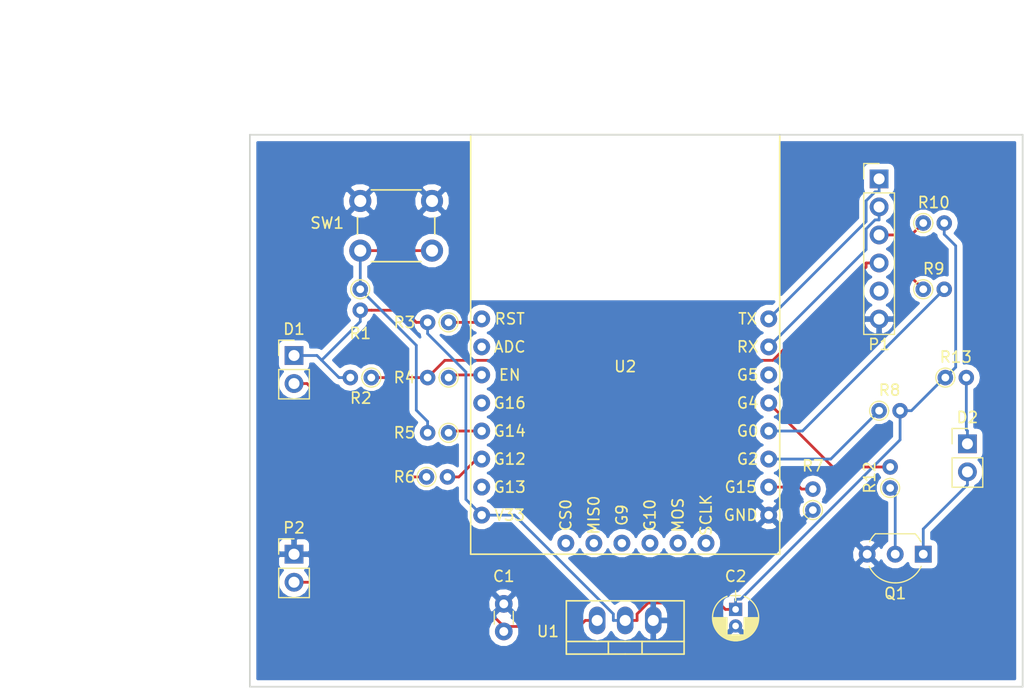
<source format=kicad_pcb>
(kicad_pcb (version 4) (host pcbnew 4.0.5)

  (general
    (links 41)
    (no_connects 0)
    (area 76.124999 63.424999 146.275001 113.575001)
    (thickness 1.6)
    (drawings 18)
    (tracks 97)
    (zones 0)
    (modules 22)
    (nets 21)
  )

  (page A)
  (title_block
    (title IRRemote)
  )

  (layers
    (0 F.Cu signal)
    (31 B.Cu signal)
    (32 B.Adhes user)
    (33 F.Adhes user)
    (34 B.Paste user)
    (35 F.Paste user)
    (36 B.SilkS user)
    (37 F.SilkS user)
    (38 B.Mask user)
    (39 F.Mask user)
    (40 Dwgs.User user)
    (41 Cmts.User user)
    (42 Eco1.User user)
    (43 Eco2.User user)
    (44 Edge.Cuts user)
    (45 Margin user)
    (46 B.CrtYd user)
    (47 F.CrtYd user)
    (48 B.Fab user)
    (49 F.Fab user)
  )

  (setup
    (last_trace_width 0.25)
    (trace_clearance 0.2)
    (zone_clearance 0.508)
    (zone_45_only yes)
    (trace_min 0.2)
    (segment_width 0.2)
    (edge_width 0.15)
    (via_size 0.6)
    (via_drill 0.4)
    (via_min_size 0.4)
    (via_min_drill 0.3)
    (uvia_size 0.3)
    (uvia_drill 0.1)
    (uvias_allowed no)
    (uvia_min_size 0.2)
    (uvia_min_drill 0.1)
    (pcb_text_width 0.3)
    (pcb_text_size 1.5 1.5)
    (mod_edge_width 0.15)
    (mod_text_size 1 1)
    (mod_text_width 0.15)
    (pad_size 1.524 1.524)
    (pad_drill 0.762)
    (pad_to_mask_clearance 0.2)
    (aux_axis_origin 0 0)
    (grid_origin 76.2 63.5)
    (visible_elements FFFFFF7F)
    (pcbplotparams
      (layerselection 0x010f0_80000001)
      (usegerberextensions false)
      (excludeedgelayer true)
      (linewidth 0.100000)
      (plotframeref false)
      (viasonmask false)
      (mode 1)
      (useauxorigin false)
      (hpglpennumber 1)
      (hpglpenspeed 20)
      (hpglpendiameter 15)
      (hpglpenoverlay 2)
      (psnegative false)
      (psa4output false)
      (plotreference true)
      (plotvalue true)
      (plotinvisibletext false)
      (padsonsilk false)
      (subtractmaskfromsilk false)
      (outputformat 1)
      (mirror false)
      (drillshape 0)
      (scaleselection 1)
      (outputdirectory ""))
  )

  (net 0 "")
  (net 1 GND)
  (net 2 +3V3)
  (net 3 "Net-(D1-Pad2)")
  (net 4 "Net-(D2-Pad1)")
  (net 5 "Net-(D2-Pad2)")
  (net 6 TX)
  (net 7 RX)
  (net 8 DTR)
  (net 9 RTS)
  (net 10 "Net-(Q1-Pad2)")
  (net 11 "Net-(R1-Pad1)")
  (net 12 "Net-(R3-Pad1)")
  (net 13 "Net-(R4-Pad1)")
  (net 14 "Net-(R5-Pad1)")
  (net 15 "Net-(R6-Pad2)")
  (net 16 "Net-(R7-Pad2)")
  (net 17 "Net-(R8-Pad1)")
  (net 18 "Net-(R9-Pad2)")
  (net 19 +5V)
  (net 20 "Net-(R12-Pad2)")

  (net_class Default "This is the default net class."
    (clearance 0.2)
    (trace_width 0.25)
    (via_dia 0.6)
    (via_drill 0.4)
    (uvia_dia 0.3)
    (uvia_drill 0.1)
    (add_net +3V3)
    (add_net +5V)
    (add_net DTR)
    (add_net GND)
    (add_net "Net-(D1-Pad2)")
    (add_net "Net-(D2-Pad1)")
    (add_net "Net-(D2-Pad2)")
    (add_net "Net-(Q1-Pad2)")
    (add_net "Net-(R1-Pad1)")
    (add_net "Net-(R12-Pad2)")
    (add_net "Net-(R3-Pad1)")
    (add_net "Net-(R4-Pad1)")
    (add_net "Net-(R5-Pad1)")
    (add_net "Net-(R6-Pad2)")
    (add_net "Net-(R7-Pad2)")
    (add_net "Net-(R8-Pad1)")
    (add_net "Net-(R9-Pad2)")
    (add_net RTS)
    (add_net RX)
    (add_net TX)
  )

  (module Capacitors_THT:C_Disc_D3.0mm_W1.6mm_P2.50mm (layer F.Cu) (tedit 58966538) (tstamp 58933730)
    (at 99.2 108.5 90)
    (descr "C, Disc series, Radial, pin pitch=2.50mm, , diameter*width=3.0*1.6mm^2, Capacitor, http://www.vishay.com/docs/45233/krseries.pdf")
    (tags "C Disc series Radial pin pitch 2.50mm  diameter 3.0mm width 1.6mm Capacitor")
    (path /5892798E)
    (fp_text reference C1 (at 5 0 180) (layer F.SilkS)
      (effects (font (size 1 1) (thickness 0.15)))
    )
    (fp_text value 100nf (at 1 -2 90) (layer F.Fab)
      (effects (font (size 1 1) (thickness 0.15)))
    )
    (fp_line (start -0.25 -0.8) (end -0.25 0.8) (layer F.Fab) (width 0.1))
    (fp_line (start -0.25 0.8) (end 2.75 0.8) (layer F.Fab) (width 0.1))
    (fp_line (start 2.75 0.8) (end 2.75 -0.8) (layer F.Fab) (width 0.1))
    (fp_line (start 2.75 -0.8) (end -0.25 -0.8) (layer F.Fab) (width 0.1))
    (fp_line (start 0.663 -0.861) (end 1.837 -0.861) (layer F.SilkS) (width 0.12))
    (fp_line (start 0.663 0.861) (end 1.837 0.861) (layer F.SilkS) (width 0.12))
    (fp_line (start -1.05 -1.15) (end -1.05 1.15) (layer F.CrtYd) (width 0.05))
    (fp_line (start -1.05 1.15) (end 3.55 1.15) (layer F.CrtYd) (width 0.05))
    (fp_line (start 3.55 1.15) (end 3.55 -1.15) (layer F.CrtYd) (width 0.05))
    (fp_line (start 3.55 -1.15) (end -1.05 -1.15) (layer F.CrtYd) (width 0.05))
    (pad 1 thru_hole circle (at 0 0 90) (size 1.6 1.6) (drill 0.8) (layers *.Cu *.Mask)
      (net 19 +5V))
    (pad 2 thru_hole circle (at 2.5 0 90) (size 1.6 1.6) (drill 0.8) (layers *.Cu *.Mask)
      (net 1 GND))
    (model Capacitors_ThroughHole.3dshapes/C_Disc_D3.0mm_W1.6mm_P2.50mm.wrl
      (at (xyz 0 0 0))
      (scale (xyz 0.393701 0.393701 0.393701))
      (rotate (xyz 0 0 0))
    )
  )

  (module Resistors_THT:R_Axial_DIN0204_L3.6mm_D1.6mm_P1.90mm_Vertical (layer F.Cu) (tedit 589664B2) (tstamp 5893381B)
    (at 86.2 77.5 270)
    (descr "Resistor, Axial_DIN0204 series, Axial, Vertical, pin pitch=1.9mm, 0.16666666666666666W = 1/6W, length*diameter=3.6*1.6mm^2, http://cdn-reichelt.de/documents/datenblatt/B400/1_4W%23YAG.pdf")
    (tags "Resistor Axial_DIN0204 series Axial Vertical pin pitch 1.9mm 0.16666666666666666W = 1/6W length 3.6mm diameter 1.6mm")
    (path /5892991A)
    (fp_text reference R1 (at 4 0 360) (layer F.SilkS)
      (effects (font (size 1 1) (thickness 0.15)))
    )
    (fp_text value 10k (at 0.95 1.86 270) (layer F.Fab)
      (effects (font (size 1 1) (thickness 0.15)))
    )
    (fp_circle (center 0 0) (end 0.8 0) (layer F.Fab) (width 0.1))
    (fp_circle (center 0 0) (end 0.86 0) (layer F.SilkS) (width 0.12))
    (fp_line (start 0 0) (end 1.9 0) (layer F.Fab) (width 0.1))
    (fp_line (start 0.86 0) (end 0.9 0) (layer F.SilkS) (width 0.12))
    (fp_line (start -1.15 -1.15) (end -1.15 1.15) (layer F.CrtYd) (width 0.05))
    (fp_line (start -1.15 1.15) (end 2.95 1.15) (layer F.CrtYd) (width 0.05))
    (fp_line (start 2.95 1.15) (end 2.95 -1.15) (layer F.CrtYd) (width 0.05))
    (fp_line (start 2.95 -1.15) (end -1.15 -1.15) (layer F.CrtYd) (width 0.05))
    (pad 1 thru_hole circle (at 0 0 270) (size 1.4 1.4) (drill 0.7) (layers *.Cu *.Mask)
      (net 11 "Net-(R1-Pad1)"))
    (pad 2 thru_hole oval (at 1.9 0 270) (size 1.4 1.4) (drill 0.7) (layers *.Cu *.Mask)
      (net 2 +3V3))
    (model Resistors_ThroughHole.3dshapes/R_Axial_DIN0204_L3.6mm_D1.6mm_P1.90mm_Vertical.wrl
      (at (xyz 0 0 0))
      (scale (xyz 0.393701 0.393701 0.393701))
      (rotate (xyz 0 0 0))
    )
  )

  (module Resistors_THT:R_Axial_DIN0204_L3.6mm_D1.6mm_P1.90mm_Vertical (layer F.Cu) (tedit 5874F706) (tstamp 58933829)
    (at 87.2 85.5 180)
    (descr "Resistor, Axial_DIN0204 series, Axial, Vertical, pin pitch=1.9mm, 0.16666666666666666W = 1/6W, length*diameter=3.6*1.6mm^2, http://cdn-reichelt.de/documents/datenblatt/B400/1_4W%23YAG.pdf")
    (tags "Resistor Axial_DIN0204 series Axial Vertical pin pitch 1.9mm 0.16666666666666666W = 1/6W length 3.6mm diameter 1.6mm")
    (path /58929788)
    (fp_text reference R2 (at 0.95 -1.86 180) (layer F.SilkS)
      (effects (font (size 1 1) (thickness 0.15)))
    )
    (fp_text value 10k (at 0.95 1.86 180) (layer F.Fab)
      (effects (font (size 1 1) (thickness 0.15)))
    )
    (fp_circle (center 0 0) (end 0.8 0) (layer F.Fab) (width 0.1))
    (fp_circle (center 0 0) (end 0.86 0) (layer F.SilkS) (width 0.12))
    (fp_line (start 0 0) (end 1.9 0) (layer F.Fab) (width 0.1))
    (fp_line (start 0.86 0) (end 0.9 0) (layer F.SilkS) (width 0.12))
    (fp_line (start -1.15 -1.15) (end -1.15 1.15) (layer F.CrtYd) (width 0.05))
    (fp_line (start -1.15 1.15) (end 2.95 1.15) (layer F.CrtYd) (width 0.05))
    (fp_line (start 2.95 1.15) (end 2.95 -1.15) (layer F.CrtYd) (width 0.05))
    (fp_line (start 2.95 -1.15) (end -1.15 -1.15) (layer F.CrtYd) (width 0.05))
    (pad 1 thru_hole circle (at 0 0 180) (size 1.4 1.4) (drill 0.7) (layers *.Cu *.Mask)
      (net 9 RTS))
    (pad 2 thru_hole oval (at 1.9 0 180) (size 1.4 1.4) (drill 0.7) (layers *.Cu *.Mask)
      (net 2 +3V3))
    (model Resistors_ThroughHole.3dshapes/R_Axial_DIN0204_L3.6mm_D1.6mm_P1.90mm_Vertical.wrl
      (at (xyz 0 0 0))
      (scale (xyz 0.393701 0.393701 0.393701))
      (rotate (xyz 0 0 0))
    )
  )

  (module Resistors_THT:R_Axial_DIN0204_L3.6mm_D1.6mm_P1.90mm_Vertical (layer F.Cu) (tedit 58966483) (tstamp 58933837)
    (at 94.2 80.5 180)
    (descr "Resistor, Axial_DIN0204 series, Axial, Vertical, pin pitch=1.9mm, 0.16666666666666666W = 1/6W, length*diameter=3.6*1.6mm^2, http://cdn-reichelt.de/documents/datenblatt/B400/1_4W%23YAG.pdf")
    (tags "Resistor Axial_DIN0204 series Axial Vertical pin pitch 1.9mm 0.16666666666666666W = 1/6W length 3.6mm diameter 1.6mm")
    (path /5892970C)
    (fp_text reference R3 (at 4 0 180) (layer F.SilkS)
      (effects (font (size 1 1) (thickness 0.15)))
    )
    (fp_text value 10k (at 0.95 1.86 180) (layer F.Fab)
      (effects (font (size 1 1) (thickness 0.15)))
    )
    (fp_circle (center 0 0) (end 0.8 0) (layer F.Fab) (width 0.1))
    (fp_circle (center 0 0) (end 0.86 0) (layer F.SilkS) (width 0.12))
    (fp_line (start 0 0) (end 1.9 0) (layer F.Fab) (width 0.1))
    (fp_line (start 0.86 0) (end 0.9 0) (layer F.SilkS) (width 0.12))
    (fp_line (start -1.15 -1.15) (end -1.15 1.15) (layer F.CrtYd) (width 0.05))
    (fp_line (start -1.15 1.15) (end 2.95 1.15) (layer F.CrtYd) (width 0.05))
    (fp_line (start 2.95 1.15) (end 2.95 -1.15) (layer F.CrtYd) (width 0.05))
    (fp_line (start 2.95 -1.15) (end -1.15 -1.15) (layer F.CrtYd) (width 0.05))
    (pad 1 thru_hole circle (at 0 0 180) (size 1.4 1.4) (drill 0.7) (layers *.Cu *.Mask)
      (net 12 "Net-(R3-Pad1)"))
    (pad 2 thru_hole oval (at 1.9 0 180) (size 1.4 1.4) (drill 0.7) (layers *.Cu *.Mask)
      (net 2 +3V3))
    (model Resistors_ThroughHole.3dshapes/R_Axial_DIN0204_L3.6mm_D1.6mm_P1.90mm_Vertical.wrl
      (at (xyz 0 0 0))
      (scale (xyz 0.393701 0.393701 0.393701))
      (rotate (xyz 0 0 0))
    )
  )

  (module Resistors_THT:R_Axial_DIN0204_L3.6mm_D1.6mm_P1.90mm_Vertical (layer F.Cu) (tedit 5896647E) (tstamp 58933845)
    (at 94.2 85.5 180)
    (descr "Resistor, Axial_DIN0204 series, Axial, Vertical, pin pitch=1.9mm, 0.16666666666666666W = 1/6W, length*diameter=3.6*1.6mm^2, http://cdn-reichelt.de/documents/datenblatt/B400/1_4W%23YAG.pdf")
    (tags "Resistor Axial_DIN0204 series Axial Vertical pin pitch 1.9mm 0.16666666666666666W = 1/6W length 3.6mm diameter 1.6mm")
    (path /589296D3)
    (fp_text reference R4 (at 4 0 180) (layer F.SilkS)
      (effects (font (size 1 1) (thickness 0.15)))
    )
    (fp_text value 1k (at 0.95 1.86 180) (layer F.Fab)
      (effects (font (size 1 1) (thickness 0.15)))
    )
    (fp_circle (center 0 0) (end 0.8 0) (layer F.Fab) (width 0.1))
    (fp_circle (center 0 0) (end 0.86 0) (layer F.SilkS) (width 0.12))
    (fp_line (start 0 0) (end 1.9 0) (layer F.Fab) (width 0.1))
    (fp_line (start 0.86 0) (end 0.9 0) (layer F.SilkS) (width 0.12))
    (fp_line (start -1.15 -1.15) (end -1.15 1.15) (layer F.CrtYd) (width 0.05))
    (fp_line (start -1.15 1.15) (end 2.95 1.15) (layer F.CrtYd) (width 0.05))
    (fp_line (start 2.95 1.15) (end 2.95 -1.15) (layer F.CrtYd) (width 0.05))
    (fp_line (start 2.95 -1.15) (end -1.15 -1.15) (layer F.CrtYd) (width 0.05))
    (pad 1 thru_hole circle (at 0 0 180) (size 1.4 1.4) (drill 0.7) (layers *.Cu *.Mask)
      (net 13 "Net-(R4-Pad1)"))
    (pad 2 thru_hole oval (at 1.9 0 180) (size 1.4 1.4) (drill 0.7) (layers *.Cu *.Mask)
      (net 9 RTS))
    (model Resistors_ThroughHole.3dshapes/R_Axial_DIN0204_L3.6mm_D1.6mm_P1.90mm_Vertical.wrl
      (at (xyz 0 0 0))
      (scale (xyz 0.393701 0.393701 0.393701))
      (rotate (xyz 0 0 0))
    )
  )

  (module Resistors_THT:R_Axial_DIN0204_L3.6mm_D1.6mm_P1.90mm_Vertical (layer F.Cu) (tedit 58966463) (tstamp 58933853)
    (at 94.2 90.5 180)
    (descr "Resistor, Axial_DIN0204 series, Axial, Vertical, pin pitch=1.9mm, 0.16666666666666666W = 1/6W, length*diameter=3.6*1.6mm^2, http://cdn-reichelt.de/documents/datenblatt/B400/1_4W%23YAG.pdf")
    (tags "Resistor Axial_DIN0204 series Axial Vertical pin pitch 1.9mm 0.16666666666666666W = 1/6W length 3.6mm diameter 1.6mm")
    (path /5892946B)
    (fp_text reference R5 (at 4 0 180) (layer F.SilkS)
      (effects (font (size 1 1) (thickness 0.15)))
    )
    (fp_text value 1k (at 0.95 1.86 180) (layer F.Fab)
      (effects (font (size 1 1) (thickness 0.15)))
    )
    (fp_circle (center 0 0) (end 0.8 0) (layer F.Fab) (width 0.1))
    (fp_circle (center 0 0) (end 0.86 0) (layer F.SilkS) (width 0.12))
    (fp_line (start 0 0) (end 1.9 0) (layer F.Fab) (width 0.1))
    (fp_line (start 0.86 0) (end 0.9 0) (layer F.SilkS) (width 0.12))
    (fp_line (start -1.15 -1.15) (end -1.15 1.15) (layer F.CrtYd) (width 0.05))
    (fp_line (start -1.15 1.15) (end 2.95 1.15) (layer F.CrtYd) (width 0.05))
    (fp_line (start 2.95 1.15) (end 2.95 -1.15) (layer F.CrtYd) (width 0.05))
    (fp_line (start 2.95 -1.15) (end -1.15 -1.15) (layer F.CrtYd) (width 0.05))
    (pad 1 thru_hole circle (at 0 0 180) (size 1.4 1.4) (drill 0.7) (layers *.Cu *.Mask)
      (net 14 "Net-(R5-Pad1)"))
    (pad 2 thru_hole oval (at 1.9 0 180) (size 1.4 1.4) (drill 0.7) (layers *.Cu *.Mask)
      (net 11 "Net-(R1-Pad1)"))
    (model Resistors_ThroughHole.3dshapes/R_Axial_DIN0204_L3.6mm_D1.6mm_P1.90mm_Vertical.wrl
      (at (xyz 0 0 0))
      (scale (xyz 0.393701 0.393701 0.393701))
      (rotate (xyz 0 0 0))
    )
  )

  (module Resistors_THT:R_Axial_DIN0204_L3.6mm_D1.6mm_P1.90mm_Vertical (layer F.Cu) (tedit 58966474) (tstamp 58933861)
    (at 92.2 94.5)
    (descr "Resistor, Axial_DIN0204 series, Axial, Vertical, pin pitch=1.9mm, 0.16666666666666666W = 1/6W, length*diameter=3.6*1.6mm^2, http://cdn-reichelt.de/documents/datenblatt/B400/1_4W%23YAG.pdf")
    (tags "Resistor Axial_DIN0204 series Axial Vertical pin pitch 1.9mm 0.16666666666666666W = 1/6W length 3.6mm diameter 1.6mm")
    (path /589293E6)
    (fp_text reference R6 (at -2 0) (layer F.SilkS)
      (effects (font (size 1 1) (thickness 0.15)))
    )
    (fp_text value 220 (at 0.95 1.86) (layer F.Fab)
      (effects (font (size 1 1) (thickness 0.15)))
    )
    (fp_circle (center 0 0) (end 0.8 0) (layer F.Fab) (width 0.1))
    (fp_circle (center 0 0) (end 0.86 0) (layer F.SilkS) (width 0.12))
    (fp_line (start 0 0) (end 1.9 0) (layer F.Fab) (width 0.1))
    (fp_line (start 0.86 0) (end 0.9 0) (layer F.SilkS) (width 0.12))
    (fp_line (start -1.15 -1.15) (end -1.15 1.15) (layer F.CrtYd) (width 0.05))
    (fp_line (start -1.15 1.15) (end 2.95 1.15) (layer F.CrtYd) (width 0.05))
    (fp_line (start 2.95 1.15) (end 2.95 -1.15) (layer F.CrtYd) (width 0.05))
    (fp_line (start 2.95 -1.15) (end -1.15 -1.15) (layer F.CrtYd) (width 0.05))
    (pad 1 thru_hole circle (at 0 0) (size 1.4 1.4) (drill 0.7) (layers *.Cu *.Mask)
      (net 3 "Net-(D1-Pad2)"))
    (pad 2 thru_hole oval (at 1.9 0) (size 1.4 1.4) (drill 0.7) (layers *.Cu *.Mask)
      (net 15 "Net-(R6-Pad2)"))
    (model Resistors_ThroughHole.3dshapes/R_Axial_DIN0204_L3.6mm_D1.6mm_P1.90mm_Vertical.wrl
      (at (xyz 0 0 0))
      (scale (xyz 0.393701 0.393701 0.393701))
      (rotate (xyz 0 0 0))
    )
  )

  (module Resistors_THT:R_Axial_DIN0204_L3.6mm_D1.6mm_P1.90mm_Vertical (layer F.Cu) (tedit 58966673) (tstamp 5893386F)
    (at 127.2 97.5 90)
    (descr "Resistor, Axial_DIN0204 series, Axial, Vertical, pin pitch=1.9mm, 0.16666666666666666W = 1/6W, length*diameter=3.6*1.6mm^2, http://cdn-reichelt.de/documents/datenblatt/B400/1_4W%23YAG.pdf")
    (tags "Resistor Axial_DIN0204 series Axial Vertical pin pitch 1.9mm 0.16666666666666666W = 1/6W length 3.6mm diameter 1.6mm")
    (path /5892A02C)
    (fp_text reference R7 (at 4 0 360) (layer F.SilkS)
      (effects (font (size 1 1) (thickness 0.15)))
    )
    (fp_text value 10k (at 1 2 270) (layer F.Fab)
      (effects (font (size 1 1) (thickness 0.15)))
    )
    (fp_circle (center 0 0) (end 0.8 0) (layer F.Fab) (width 0.1))
    (fp_circle (center 0 0) (end 0.86 0) (layer F.SilkS) (width 0.12))
    (fp_line (start 0 0) (end 1.9 0) (layer F.Fab) (width 0.1))
    (fp_line (start 0.86 0) (end 0.9 0) (layer F.SilkS) (width 0.12))
    (fp_line (start -1.15 -1.15) (end -1.15 1.15) (layer F.CrtYd) (width 0.05))
    (fp_line (start -1.15 1.15) (end 2.95 1.15) (layer F.CrtYd) (width 0.05))
    (fp_line (start 2.95 1.15) (end 2.95 -1.15) (layer F.CrtYd) (width 0.05))
    (fp_line (start 2.95 -1.15) (end -1.15 -1.15) (layer F.CrtYd) (width 0.05))
    (pad 1 thru_hole circle (at 0 0 90) (size 1.4 1.4) (drill 0.7) (layers *.Cu *.Mask)
      (net 1 GND))
    (pad 2 thru_hole oval (at 1.9 0 90) (size 1.4 1.4) (drill 0.7) (layers *.Cu *.Mask)
      (net 16 "Net-(R7-Pad2)"))
    (model Resistors_ThroughHole.3dshapes/R_Axial_DIN0204_L3.6mm_D1.6mm_P1.90mm_Vertical.wrl
      (at (xyz 0 0 0))
      (scale (xyz 0.393701 0.393701 0.393701))
      (rotate (xyz 0 0 0))
    )
  )

  (module Resistors_THT:R_Axial_DIN0204_L3.6mm_D1.6mm_P1.90mm_Vertical (layer F.Cu) (tedit 5874F706) (tstamp 5893387D)
    (at 133.2 88.5)
    (descr "Resistor, Axial_DIN0204 series, Axial, Vertical, pin pitch=1.9mm, 0.16666666666666666W = 1/6W, length*diameter=3.6*1.6mm^2, http://cdn-reichelt.de/documents/datenblatt/B400/1_4W%23YAG.pdf")
    (tags "Resistor Axial_DIN0204 series Axial Vertical pin pitch 1.9mm 0.16666666666666666W = 1/6W length 3.6mm diameter 1.6mm")
    (path /5892A16F)
    (fp_text reference R8 (at 0.95 -1.86) (layer F.SilkS)
      (effects (font (size 1 1) (thickness 0.15)))
    )
    (fp_text value 10k (at 0.95 1.86) (layer F.Fab)
      (effects (font (size 1 1) (thickness 0.15)))
    )
    (fp_circle (center 0 0) (end 0.8 0) (layer F.Fab) (width 0.1))
    (fp_circle (center 0 0) (end 0.86 0) (layer F.SilkS) (width 0.12))
    (fp_line (start 0 0) (end 1.9 0) (layer F.Fab) (width 0.1))
    (fp_line (start 0.86 0) (end 0.9 0) (layer F.SilkS) (width 0.12))
    (fp_line (start -1.15 -1.15) (end -1.15 1.15) (layer F.CrtYd) (width 0.05))
    (fp_line (start -1.15 1.15) (end 2.95 1.15) (layer F.CrtYd) (width 0.05))
    (fp_line (start 2.95 1.15) (end 2.95 -1.15) (layer F.CrtYd) (width 0.05))
    (fp_line (start 2.95 -1.15) (end -1.15 -1.15) (layer F.CrtYd) (width 0.05))
    (pad 1 thru_hole circle (at 0 0) (size 1.4 1.4) (drill 0.7) (layers *.Cu *.Mask)
      (net 17 "Net-(R8-Pad1)"))
    (pad 2 thru_hole oval (at 1.9 0) (size 1.4 1.4) (drill 0.7) (layers *.Cu *.Mask)
      (net 2 +3V3))
    (model Resistors_ThroughHole.3dshapes/R_Axial_DIN0204_L3.6mm_D1.6mm_P1.90mm_Vertical.wrl
      (at (xyz 0 0 0))
      (scale (xyz 0.393701 0.393701 0.393701))
      (rotate (xyz 0 0 0))
    )
  )

  (module Resistors_THT:R_Axial_DIN0204_L3.6mm_D1.6mm_P1.90mm_Vertical (layer F.Cu) (tedit 5874F706) (tstamp 5893388B)
    (at 137.2 77.5)
    (descr "Resistor, Axial_DIN0204 series, Axial, Vertical, pin pitch=1.9mm, 0.16666666666666666W = 1/6W, length*diameter=3.6*1.6mm^2, http://cdn-reichelt.de/documents/datenblatt/B400/1_4W%23YAG.pdf")
    (tags "Resistor Axial_DIN0204 series Axial Vertical pin pitch 1.9mm 0.16666666666666666W = 1/6W length 3.6mm diameter 1.6mm")
    (path /5892AC1C)
    (fp_text reference R9 (at 0.95 -1.86) (layer F.SilkS)
      (effects (font (size 1 1) (thickness 0.15)))
    )
    (fp_text value 1k (at 0.95 1.86) (layer F.Fab)
      (effects (font (size 1 1) (thickness 0.15)))
    )
    (fp_circle (center 0 0) (end 0.8 0) (layer F.Fab) (width 0.1))
    (fp_circle (center 0 0) (end 0.86 0) (layer F.SilkS) (width 0.12))
    (fp_line (start 0 0) (end 1.9 0) (layer F.Fab) (width 0.1))
    (fp_line (start 0.86 0) (end 0.9 0) (layer F.SilkS) (width 0.12))
    (fp_line (start -1.15 -1.15) (end -1.15 1.15) (layer F.CrtYd) (width 0.05))
    (fp_line (start -1.15 1.15) (end 2.95 1.15) (layer F.CrtYd) (width 0.05))
    (fp_line (start 2.95 1.15) (end 2.95 -1.15) (layer F.CrtYd) (width 0.05))
    (fp_line (start 2.95 -1.15) (end -1.15 -1.15) (layer F.CrtYd) (width 0.05))
    (pad 1 thru_hole circle (at 0 0) (size 1.4 1.4) (drill 0.7) (layers *.Cu *.Mask)
      (net 8 DTR))
    (pad 2 thru_hole oval (at 1.9 0) (size 1.4 1.4) (drill 0.7) (layers *.Cu *.Mask)
      (net 18 "Net-(R9-Pad2)"))
    (model Resistors_ThroughHole.3dshapes/R_Axial_DIN0204_L3.6mm_D1.6mm_P1.90mm_Vertical.wrl
      (at (xyz 0 0 0))
      (scale (xyz 0.393701 0.393701 0.393701))
      (rotate (xyz 0 0 0))
    )
  )

  (module Resistors_THT:R_Axial_DIN0204_L3.6mm_D1.6mm_P1.90mm_Vertical (layer F.Cu) (tedit 5874F706) (tstamp 58933899)
    (at 137.2 71.5)
    (descr "Resistor, Axial_DIN0204 series, Axial, Vertical, pin pitch=1.9mm, 0.16666666666666666W = 1/6W, length*diameter=3.6*1.6mm^2, http://cdn-reichelt.de/documents/datenblatt/B400/1_4W%23YAG.pdf")
    (tags "Resistor Axial_DIN0204 series Axial Vertical pin pitch 1.9mm 0.16666666666666666W = 1/6W length 3.6mm diameter 1.6mm")
    (path /5892AE20)
    (fp_text reference R10 (at 0.95 -1.86) (layer F.SilkS)
      (effects (font (size 1 1) (thickness 0.15)))
    )
    (fp_text value 10k (at 0.95 1.86) (layer F.Fab)
      (effects (font (size 1 1) (thickness 0.15)))
    )
    (fp_circle (center 0 0) (end 0.8 0) (layer F.Fab) (width 0.1))
    (fp_circle (center 0 0) (end 0.86 0) (layer F.SilkS) (width 0.12))
    (fp_line (start 0 0) (end 1.9 0) (layer F.Fab) (width 0.1))
    (fp_line (start 0.86 0) (end 0.9 0) (layer F.SilkS) (width 0.12))
    (fp_line (start -1.15 -1.15) (end -1.15 1.15) (layer F.CrtYd) (width 0.05))
    (fp_line (start -1.15 1.15) (end 2.95 1.15) (layer F.CrtYd) (width 0.05))
    (fp_line (start 2.95 1.15) (end 2.95 -1.15) (layer F.CrtYd) (width 0.05))
    (fp_line (start 2.95 -1.15) (end -1.15 -1.15) (layer F.CrtYd) (width 0.05))
    (pad 1 thru_hole circle (at 0 0) (size 1.4 1.4) (drill 0.7) (layers *.Cu *.Mask)
      (net 8 DTR))
    (pad 2 thru_hole oval (at 1.9 0) (size 1.4 1.4) (drill 0.7) (layers *.Cu *.Mask)
      (net 2 +3V3))
    (model Resistors_ThroughHole.3dshapes/R_Axial_DIN0204_L3.6mm_D1.6mm_P1.90mm_Vertical.wrl
      (at (xyz 0 0 0))
      (scale (xyz 0.393701 0.393701 0.393701))
      (rotate (xyz 0 0 0))
    )
  )

  (module Resistors_THT:R_Axial_DIN0204_L3.6mm_D1.6mm_P1.90mm_Vertical (layer F.Cu) (tedit 5874F706) (tstamp 589338B5)
    (at 134.2 95.5 90)
    (descr "Resistor, Axial_DIN0204 series, Axial, Vertical, pin pitch=1.9mm, 0.16666666666666666W = 1/6W, length*diameter=3.6*1.6mm^2, http://cdn-reichelt.de/documents/datenblatt/B400/1_4W%23YAG.pdf")
    (tags "Resistor Axial_DIN0204 series Axial Vertical pin pitch 1.9mm 0.16666666666666666W = 1/6W length 3.6mm diameter 1.6mm")
    (path /5892B7B0)
    (fp_text reference R12 (at 0.95 -1.86 90) (layer F.SilkS)
      (effects (font (size 1 1) (thickness 0.15)))
    )
    (fp_text value 1k (at 0.95 1.86 90) (layer F.Fab)
      (effects (font (size 1 1) (thickness 0.15)))
    )
    (fp_circle (center 0 0) (end 0.8 0) (layer F.Fab) (width 0.1))
    (fp_circle (center 0 0) (end 0.86 0) (layer F.SilkS) (width 0.12))
    (fp_line (start 0 0) (end 1.9 0) (layer F.Fab) (width 0.1))
    (fp_line (start 0.86 0) (end 0.9 0) (layer F.SilkS) (width 0.12))
    (fp_line (start -1.15 -1.15) (end -1.15 1.15) (layer F.CrtYd) (width 0.05))
    (fp_line (start -1.15 1.15) (end 2.95 1.15) (layer F.CrtYd) (width 0.05))
    (fp_line (start 2.95 1.15) (end 2.95 -1.15) (layer F.CrtYd) (width 0.05))
    (fp_line (start 2.95 -1.15) (end -1.15 -1.15) (layer F.CrtYd) (width 0.05))
    (pad 1 thru_hole circle (at 0 0 90) (size 1.4 1.4) (drill 0.7) (layers *.Cu *.Mask)
      (net 10 "Net-(Q1-Pad2)"))
    (pad 2 thru_hole oval (at 1.9 0 90) (size 1.4 1.4) (drill 0.7) (layers *.Cu *.Mask)
      (net 20 "Net-(R12-Pad2)"))
    (model Resistors_ThroughHole.3dshapes/R_Axial_DIN0204_L3.6mm_D1.6mm_P1.90mm_Vertical.wrl
      (at (xyz 0 0 0))
      (scale (xyz 0.393701 0.393701 0.393701))
      (rotate (xyz 0 0 0))
    )
  )

  (module Resistors_THT:R_Axial_DIN0204_L3.6mm_D1.6mm_P1.90mm_Vertical (layer F.Cu) (tedit 5874F706) (tstamp 589338C3)
    (at 139.2 85.5)
    (descr "Resistor, Axial_DIN0204 series, Axial, Vertical, pin pitch=1.9mm, 0.16666666666666666W = 1/6W, length*diameter=3.6*1.6mm^2, http://cdn-reichelt.de/documents/datenblatt/B400/1_4W%23YAG.pdf")
    (tags "Resistor Axial_DIN0204 series Axial Vertical pin pitch 1.9mm 0.16666666666666666W = 1/6W length 3.6mm diameter 1.6mm")
    (path /5892B63B)
    (fp_text reference R13 (at 0.95 -1.86) (layer F.SilkS)
      (effects (font (size 1 1) (thickness 0.15)))
    )
    (fp_text value 10 (at 0.95 1.86) (layer F.Fab)
      (effects (font (size 1 1) (thickness 0.15)))
    )
    (fp_circle (center 0 0) (end 0.8 0) (layer F.Fab) (width 0.1))
    (fp_circle (center 0 0) (end 0.86 0) (layer F.SilkS) (width 0.12))
    (fp_line (start 0 0) (end 1.9 0) (layer F.Fab) (width 0.1))
    (fp_line (start 0.86 0) (end 0.9 0) (layer F.SilkS) (width 0.12))
    (fp_line (start -1.15 -1.15) (end -1.15 1.15) (layer F.CrtYd) (width 0.05))
    (fp_line (start -1.15 1.15) (end 2.95 1.15) (layer F.CrtYd) (width 0.05))
    (fp_line (start 2.95 1.15) (end 2.95 -1.15) (layer F.CrtYd) (width 0.05))
    (fp_line (start 2.95 -1.15) (end -1.15 -1.15) (layer F.CrtYd) (width 0.05))
    (pad 1 thru_hole circle (at 0 0) (size 1.4 1.4) (drill 0.7) (layers *.Cu *.Mask)
      (net 2 +3V3))
    (pad 2 thru_hole oval (at 1.9 0) (size 1.4 1.4) (drill 0.7) (layers *.Cu *.Mask)
      (net 4 "Net-(D2-Pad1)"))
    (model Resistors_ThroughHole.3dshapes/R_Axial_DIN0204_L3.6mm_D1.6mm_P1.90mm_Vertical.wrl
      (at (xyz 0 0 0))
      (scale (xyz 0.393701 0.393701 0.393701))
      (rotate (xyz 0 0 0))
    )
  )

  (module TO_SOT_Packages_THT:TO-92_Inline_Wide (layer F.Cu) (tedit 58610935) (tstamp 58934882)
    (at 137.2 101.5 180)
    (descr "TO-92 leads in-line, wide, drill 0.8mm (see NXP sot054_po.pdf)")
    (tags "to-92 sc-43 sc-43a sot54 PA33 transistor")
    (path /5892B26F)
    (fp_text reference Q1 (at 2.54 -3.556 360) (layer F.SilkS)
      (effects (font (size 1 1) (thickness 0.15)))
    )
    (fp_text value PN2222A (at 2.54 2.794 180) (layer F.Fab)
      (effects (font (size 1 1) (thickness 0.15)))
    )
    (fp_line (start -1.1 -3) (end 6.1 -3) (layer F.CrtYd) (width 0.05))
    (fp_line (start 6.1 -3) (end 6.1 2.3) (layer F.CrtYd) (width 0.05))
    (fp_line (start 6.1 2.3) (end -1.1 2.3) (layer F.CrtYd) (width 0.05))
    (fp_line (start -1.1 2.3) (end -1.1 -3) (layer F.CrtYd) (width 0.05))
    (fp_line (start 0.74 1.85) (end 4.34 1.85) (layer F.SilkS) (width 0.12))
    (fp_line (start 0.8 1.75) (end 4.3 1.75) (layer F.Fab) (width 0.1))
    (fp_arc (start 2.54 0) (end 0.74 1.85) (angle 20) (layer F.SilkS) (width 0.12))
    (fp_arc (start 2.54 0) (end 2.54 -2.6) (angle -65) (layer F.SilkS) (width 0.12))
    (fp_arc (start 2.54 0) (end 2.54 -2.6) (angle 65) (layer F.SilkS) (width 0.12))
    (fp_arc (start 2.54 0) (end 2.54 -2.48) (angle 135) (layer F.Fab) (width 0.1))
    (fp_arc (start 2.54 0) (end 2.54 -2.48) (angle -135) (layer F.Fab) (width 0.1))
    (fp_arc (start 2.54 0) (end 4.34 1.85) (angle -20) (layer F.SilkS) (width 0.12))
    (pad 2 thru_hole circle (at 2.54 0 270) (size 1.524 1.524) (drill 0.8) (layers *.Cu *.Mask)
      (net 10 "Net-(Q1-Pad2)"))
    (pad 3 thru_hole circle (at 5.08 0 270) (size 1.524 1.524) (drill 0.8) (layers *.Cu *.Mask)
      (net 1 GND))
    (pad 1 thru_hole rect (at 0 0 270) (size 1.524 1.524) (drill 0.8) (layers *.Cu *.Mask)
      (net 5 "Net-(D2-Pad2)"))
    (model TO_SOT_Packages_THT.3dshapes/TO-92_Inline_Wide.wrl
      (at (xyz 0.1 0 0))
      (scale (xyz 1 1 1))
      (rotate (xyz 0 0 -90))
    )
  )

  (module Buttons_Switches_THT:SW_PUSH_6mm_h5mm (layer F.Cu) (tedit 58966753) (tstamp 58934894)
    (at 86.2 69.5)
    (descr "tactile push button, 6x6mm e.g. PHAP33xx series, height=5mm")
    (tags "tact sw push 6mm")
    (path /58929C58)
    (fp_text reference SW1 (at -3 2) (layer F.SilkS)
      (effects (font (size 1 1) (thickness 0.15)))
    )
    (fp_text value Reset (at 3 -3) (layer F.Fab)
      (effects (font (size 1 1) (thickness 0.15)))
    )
    (fp_line (start 3.25 -0.75) (end 6.25 -0.75) (layer F.Fab) (width 0.1))
    (fp_line (start 6.25 -0.75) (end 6.25 5.25) (layer F.Fab) (width 0.1))
    (fp_line (start 6.25 5.25) (end 0.25 5.25) (layer F.Fab) (width 0.1))
    (fp_line (start 0.25 5.25) (end 0.25 -0.75) (layer F.Fab) (width 0.1))
    (fp_line (start 0.25 -0.75) (end 3.25 -0.75) (layer F.Fab) (width 0.1))
    (fp_line (start 7.75 6) (end 8 6) (layer F.CrtYd) (width 0.05))
    (fp_line (start 8 6) (end 8 5.75) (layer F.CrtYd) (width 0.05))
    (fp_line (start 7.75 -1.5) (end 8 -1.5) (layer F.CrtYd) (width 0.05))
    (fp_line (start 8 -1.5) (end 8 -1.25) (layer F.CrtYd) (width 0.05))
    (fp_line (start -1.5 -1.25) (end -1.5 -1.5) (layer F.CrtYd) (width 0.05))
    (fp_line (start -1.5 -1.5) (end -1.25 -1.5) (layer F.CrtYd) (width 0.05))
    (fp_line (start -1.5 5.75) (end -1.5 6) (layer F.CrtYd) (width 0.05))
    (fp_line (start -1.5 6) (end -1.25 6) (layer F.CrtYd) (width 0.05))
    (fp_line (start -1.25 -1.5) (end 7.75 -1.5) (layer F.CrtYd) (width 0.05))
    (fp_line (start -1.5 5.75) (end -1.5 -1.25) (layer F.CrtYd) (width 0.05))
    (fp_line (start 7.75 6) (end -1.25 6) (layer F.CrtYd) (width 0.05))
    (fp_line (start 8 -1.25) (end 8 5.75) (layer F.CrtYd) (width 0.05))
    (fp_line (start 1 5.5) (end 5.5 5.5) (layer F.SilkS) (width 0.15))
    (fp_line (start -0.25 1.5) (end -0.25 3) (layer F.SilkS) (width 0.15))
    (fp_line (start 5.5 -1) (end 1 -1) (layer F.SilkS) (width 0.15))
    (fp_line (start 6.75 3) (end 6.75 1.5) (layer F.SilkS) (width 0.15))
    (fp_circle (center 3.25 2.25) (end 1.25 2.5) (layer F.Fab) (width 0.1))
    (pad 2 thru_hole circle (at 0 4.5 90) (size 2 2) (drill 1.1) (layers *.Cu *.Mask)
      (net 11 "Net-(R1-Pad1)"))
    (pad 1 thru_hole circle (at 0 0 90) (size 2 2) (drill 1.1) (layers *.Cu *.Mask)
      (net 1 GND))
    (pad 2 thru_hole circle (at 6.5 4.5 90) (size 2 2) (drill 1.1) (layers *.Cu *.Mask)
      (net 11 "Net-(R1-Pad1)"))
    (pad 1 thru_hole circle (at 6.5 0 90) (size 2 2) (drill 1.1) (layers *.Cu *.Mask)
      (net 1 GND))
    (model Buttons_Switches_ThroughHole.3dshapes/SW_PUSH_6mm_h5mm.wrl
      (at (xyz 0.005 0 0))
      (scale (xyz 0.3937 0.3937 0.3937))
      (rotate (xyz 0 0 0))
    )
  )

  (module TO_SOT_Packages_THT:TO-220_Neutral123_Vertical (layer F.Cu) (tedit 58966407) (tstamp 589348B1)
    (at 110.2 107.5 180)
    (descr "TO-220, Neutral, Vertical,")
    (tags "TO-220, Neutral, Vertical,")
    (path /58927819)
    (fp_text reference U1 (at 7 -1 180) (layer F.SilkS)
      (effects (font (size 1 1) (thickness 0.15)))
    )
    (fp_text value AZ1117T-3.3 (at 0 3.81 180) (layer F.Fab)
      (effects (font (size 1 1) (thickness 0.15)))
    )
    (fp_line (start -1.524 -3.048) (end -1.524 -1.905) (layer F.SilkS) (width 0.15))
    (fp_line (start 1.524 -3.048) (end 1.524 -1.905) (layer F.SilkS) (width 0.15))
    (fp_line (start 5.334 -1.905) (end 5.334 1.778) (layer F.SilkS) (width 0.15))
    (fp_line (start 5.334 1.778) (end -5.334 1.778) (layer F.SilkS) (width 0.15))
    (fp_line (start -5.334 1.778) (end -5.334 -1.905) (layer F.SilkS) (width 0.15))
    (fp_line (start 5.334 -3.048) (end 5.334 -1.905) (layer F.SilkS) (width 0.15))
    (fp_line (start 5.334 -1.905) (end -5.334 -1.905) (layer F.SilkS) (width 0.15))
    (fp_line (start -5.334 -1.905) (end -5.334 -3.048) (layer F.SilkS) (width 0.15))
    (fp_line (start 0 -3.048) (end -5.334 -3.048) (layer F.SilkS) (width 0.15))
    (fp_line (start 0 -3.048) (end 5.334 -3.048) (layer F.SilkS) (width 0.15))
    (pad 2 thru_hole oval (at 0 0 270) (size 2.49936 1.50114) (drill 1.00076) (layers *.Cu *.Mask)
      (net 2 +3V3))
    (pad 1 thru_hole oval (at -2.54 0 270) (size 2.49936 1.50114) (drill 1.00076) (layers *.Cu *.Mask)
      (net 1 GND))
    (pad 3 thru_hole oval (at 2.54 0 270) (size 2.49936 1.50114) (drill 1.00076) (layers *.Cu *.Mask)
      (net 19 +5V))
    (model TO_SOT_Packages_THT.3dshapes/TO-220_Neutral123_Vertical.wrl
      (at (xyz 0 0 0))
      (scale (xyz 0.3937 0.3937 0.3937))
      (rotate (xyz 0 0 0))
    )
  )

  (module Capacitors_THT:CP_Radial_D4.0mm_P1.50mm (layer F.Cu) (tedit 58966530) (tstamp 58935564)
    (at 120.2 106.5 270)
    (descr "CP, Radial series, Radial, pin pitch=1.50mm, , diameter=4mm, Electrolytic Capacitor")
    (tags "CP Radial series Radial pin pitch 1.50mm  diameter 4mm Electrolytic Capacitor")
    (path /589279F0)
    (fp_text reference C2 (at -3 0 360) (layer F.SilkS)
      (effects (font (size 1 1) (thickness 0.15)))
    )
    (fp_text value 10uf (at 1 -3 270) (layer F.Fab)
      (effects (font (size 1 1) (thickness 0.15)))
    )
    (fp_arc (start 0.75 0) (end -1.188995 -0.78) (angle 136.2) (layer F.SilkS) (width 0.12))
    (fp_arc (start 0.75 0) (end -1.188995 0.78) (angle -136.2) (layer F.SilkS) (width 0.12))
    (fp_arc (start 0.75 0) (end 2.688995 -0.78) (angle 43.8) (layer F.SilkS) (width 0.12))
    (fp_circle (center 0.75 0) (end 2.75 0) (layer F.Fab) (width 0.1))
    (fp_line (start -1.7 0) (end -0.8 0) (layer F.Fab) (width 0.1))
    (fp_line (start -1.25 -0.45) (end -1.25 0.45) (layer F.Fab) (width 0.1))
    (fp_line (start 0.75 0.78) (end 0.75 2.05) (layer F.SilkS) (width 0.12))
    (fp_line (start 0.75 -2.05) (end 0.75 -0.78) (layer F.SilkS) (width 0.12))
    (fp_line (start 0.79 -2.05) (end 0.79 -0.78) (layer F.SilkS) (width 0.12))
    (fp_line (start 0.79 0.78) (end 0.79 2.05) (layer F.SilkS) (width 0.12))
    (fp_line (start 0.83 -2.049) (end 0.83 -0.78) (layer F.SilkS) (width 0.12))
    (fp_line (start 0.83 0.78) (end 0.83 2.049) (layer F.SilkS) (width 0.12))
    (fp_line (start 0.87 -2.047) (end 0.87 -0.78) (layer F.SilkS) (width 0.12))
    (fp_line (start 0.87 0.78) (end 0.87 2.047) (layer F.SilkS) (width 0.12))
    (fp_line (start 0.91 -2.044) (end 0.91 -0.78) (layer F.SilkS) (width 0.12))
    (fp_line (start 0.91 0.78) (end 0.91 2.044) (layer F.SilkS) (width 0.12))
    (fp_line (start 0.95 -2.041) (end 0.95 -0.78) (layer F.SilkS) (width 0.12))
    (fp_line (start 0.95 0.78) (end 0.95 2.041) (layer F.SilkS) (width 0.12))
    (fp_line (start 0.99 -2.037) (end 0.99 -0.78) (layer F.SilkS) (width 0.12))
    (fp_line (start 0.99 0.78) (end 0.99 2.037) (layer F.SilkS) (width 0.12))
    (fp_line (start 1.03 -2.032) (end 1.03 -0.78) (layer F.SilkS) (width 0.12))
    (fp_line (start 1.03 0.78) (end 1.03 2.032) (layer F.SilkS) (width 0.12))
    (fp_line (start 1.07 -2.026) (end 1.07 -0.78) (layer F.SilkS) (width 0.12))
    (fp_line (start 1.07 0.78) (end 1.07 2.026) (layer F.SilkS) (width 0.12))
    (fp_line (start 1.11 -2.019) (end 1.11 -0.78) (layer F.SilkS) (width 0.12))
    (fp_line (start 1.11 0.78) (end 1.11 2.019) (layer F.SilkS) (width 0.12))
    (fp_line (start 1.15 -2.012) (end 1.15 -0.78) (layer F.SilkS) (width 0.12))
    (fp_line (start 1.15 0.78) (end 1.15 2.012) (layer F.SilkS) (width 0.12))
    (fp_line (start 1.19 -2.004) (end 1.19 -0.78) (layer F.SilkS) (width 0.12))
    (fp_line (start 1.19 0.78) (end 1.19 2.004) (layer F.SilkS) (width 0.12))
    (fp_line (start 1.23 -1.995) (end 1.23 -0.78) (layer F.SilkS) (width 0.12))
    (fp_line (start 1.23 0.78) (end 1.23 1.995) (layer F.SilkS) (width 0.12))
    (fp_line (start 1.27 -1.985) (end 1.27 -0.78) (layer F.SilkS) (width 0.12))
    (fp_line (start 1.27 0.78) (end 1.27 1.985) (layer F.SilkS) (width 0.12))
    (fp_line (start 1.31 -1.974) (end 1.31 -0.78) (layer F.SilkS) (width 0.12))
    (fp_line (start 1.31 0.78) (end 1.31 1.974) (layer F.SilkS) (width 0.12))
    (fp_line (start 1.35 -1.963) (end 1.35 -0.78) (layer F.SilkS) (width 0.12))
    (fp_line (start 1.35 0.78) (end 1.35 1.963) (layer F.SilkS) (width 0.12))
    (fp_line (start 1.39 -1.95) (end 1.39 -0.78) (layer F.SilkS) (width 0.12))
    (fp_line (start 1.39 0.78) (end 1.39 1.95) (layer F.SilkS) (width 0.12))
    (fp_line (start 1.43 -1.937) (end 1.43 -0.78) (layer F.SilkS) (width 0.12))
    (fp_line (start 1.43 0.78) (end 1.43 1.937) (layer F.SilkS) (width 0.12))
    (fp_line (start 1.471 -1.923) (end 1.471 -0.78) (layer F.SilkS) (width 0.12))
    (fp_line (start 1.471 0.78) (end 1.471 1.923) (layer F.SilkS) (width 0.12))
    (fp_line (start 1.511 -1.907) (end 1.511 -0.78) (layer F.SilkS) (width 0.12))
    (fp_line (start 1.511 0.78) (end 1.511 1.907) (layer F.SilkS) (width 0.12))
    (fp_line (start 1.551 -1.891) (end 1.551 -0.78) (layer F.SilkS) (width 0.12))
    (fp_line (start 1.551 0.78) (end 1.551 1.891) (layer F.SilkS) (width 0.12))
    (fp_line (start 1.591 -1.874) (end 1.591 -0.78) (layer F.SilkS) (width 0.12))
    (fp_line (start 1.591 0.78) (end 1.591 1.874) (layer F.SilkS) (width 0.12))
    (fp_line (start 1.631 -1.856) (end 1.631 -0.78) (layer F.SilkS) (width 0.12))
    (fp_line (start 1.631 0.78) (end 1.631 1.856) (layer F.SilkS) (width 0.12))
    (fp_line (start 1.671 -1.837) (end 1.671 -0.78) (layer F.SilkS) (width 0.12))
    (fp_line (start 1.671 0.78) (end 1.671 1.837) (layer F.SilkS) (width 0.12))
    (fp_line (start 1.711 -1.817) (end 1.711 -0.78) (layer F.SilkS) (width 0.12))
    (fp_line (start 1.711 0.78) (end 1.711 1.817) (layer F.SilkS) (width 0.12))
    (fp_line (start 1.751 -1.796) (end 1.751 -0.78) (layer F.SilkS) (width 0.12))
    (fp_line (start 1.751 0.78) (end 1.751 1.796) (layer F.SilkS) (width 0.12))
    (fp_line (start 1.791 -1.773) (end 1.791 -0.78) (layer F.SilkS) (width 0.12))
    (fp_line (start 1.791 0.78) (end 1.791 1.773) (layer F.SilkS) (width 0.12))
    (fp_line (start 1.831 -1.75) (end 1.831 -0.78) (layer F.SilkS) (width 0.12))
    (fp_line (start 1.831 0.78) (end 1.831 1.75) (layer F.SilkS) (width 0.12))
    (fp_line (start 1.871 -1.725) (end 1.871 -0.78) (layer F.SilkS) (width 0.12))
    (fp_line (start 1.871 0.78) (end 1.871 1.725) (layer F.SilkS) (width 0.12))
    (fp_line (start 1.911 -1.699) (end 1.911 -0.78) (layer F.SilkS) (width 0.12))
    (fp_line (start 1.911 0.78) (end 1.911 1.699) (layer F.SilkS) (width 0.12))
    (fp_line (start 1.951 -1.672) (end 1.951 -0.78) (layer F.SilkS) (width 0.12))
    (fp_line (start 1.951 0.78) (end 1.951 1.672) (layer F.SilkS) (width 0.12))
    (fp_line (start 1.991 -1.643) (end 1.991 -0.78) (layer F.SilkS) (width 0.12))
    (fp_line (start 1.991 0.78) (end 1.991 1.643) (layer F.SilkS) (width 0.12))
    (fp_line (start 2.031 -1.613) (end 2.031 -0.78) (layer F.SilkS) (width 0.12))
    (fp_line (start 2.031 0.78) (end 2.031 1.613) (layer F.SilkS) (width 0.12))
    (fp_line (start 2.071 -1.581) (end 2.071 -0.78) (layer F.SilkS) (width 0.12))
    (fp_line (start 2.071 0.78) (end 2.071 1.581) (layer F.SilkS) (width 0.12))
    (fp_line (start 2.111 -1.547) (end 2.111 -0.78) (layer F.SilkS) (width 0.12))
    (fp_line (start 2.111 0.78) (end 2.111 1.547) (layer F.SilkS) (width 0.12))
    (fp_line (start 2.151 -1.512) (end 2.151 -0.78) (layer F.SilkS) (width 0.12))
    (fp_line (start 2.151 0.78) (end 2.151 1.512) (layer F.SilkS) (width 0.12))
    (fp_line (start 2.191 -1.475) (end 2.191 -0.78) (layer F.SilkS) (width 0.12))
    (fp_line (start 2.191 0.78) (end 2.191 1.475) (layer F.SilkS) (width 0.12))
    (fp_line (start 2.231 -1.436) (end 2.231 -0.78) (layer F.SilkS) (width 0.12))
    (fp_line (start 2.231 0.78) (end 2.231 1.436) (layer F.SilkS) (width 0.12))
    (fp_line (start 2.271 -1.395) (end 2.271 -0.78) (layer F.SilkS) (width 0.12))
    (fp_line (start 2.271 0.78) (end 2.271 1.395) (layer F.SilkS) (width 0.12))
    (fp_line (start 2.311 -1.351) (end 2.311 1.351) (layer F.SilkS) (width 0.12))
    (fp_line (start 2.351 -1.305) (end 2.351 1.305) (layer F.SilkS) (width 0.12))
    (fp_line (start 2.391 -1.256) (end 2.391 1.256) (layer F.SilkS) (width 0.12))
    (fp_line (start 2.431 -1.204) (end 2.431 1.204) (layer F.SilkS) (width 0.12))
    (fp_line (start 2.471 -1.148) (end 2.471 1.148) (layer F.SilkS) (width 0.12))
    (fp_line (start 2.511 -1.088) (end 2.511 1.088) (layer F.SilkS) (width 0.12))
    (fp_line (start 2.551 -1.023) (end 2.551 1.023) (layer F.SilkS) (width 0.12))
    (fp_line (start 2.591 -0.952) (end 2.591 0.952) (layer F.SilkS) (width 0.12))
    (fp_line (start 2.631 -0.874) (end 2.631 0.874) (layer F.SilkS) (width 0.12))
    (fp_line (start 2.671 -0.786) (end 2.671 0.786) (layer F.SilkS) (width 0.12))
    (fp_line (start 2.711 -0.686) (end 2.711 0.686) (layer F.SilkS) (width 0.12))
    (fp_line (start 2.751 -0.567) (end 2.751 0.567) (layer F.SilkS) (width 0.12))
    (fp_line (start 2.791 -0.415) (end 2.791 0.415) (layer F.SilkS) (width 0.12))
    (fp_line (start 2.831 -0.165) (end 2.831 0.165) (layer F.SilkS) (width 0.12))
    (fp_line (start -1.7 0) (end -0.8 0) (layer F.SilkS) (width 0.12))
    (fp_line (start -1.25 -0.45) (end -1.25 0.45) (layer F.SilkS) (width 0.12))
    (fp_line (start -1.6 -2.35) (end -1.6 2.35) (layer F.CrtYd) (width 0.05))
    (fp_line (start -1.6 2.35) (end 3.1 2.35) (layer F.CrtYd) (width 0.05))
    (fp_line (start 3.1 2.35) (end 3.1 -2.35) (layer F.CrtYd) (width 0.05))
    (fp_line (start 3.1 -2.35) (end -1.6 -2.35) (layer F.CrtYd) (width 0.05))
    (pad 1 thru_hole rect (at 0 0 270) (size 1.2 1.2) (drill 0.6) (layers *.Cu *.Mask)
      (net 2 +3V3))
    (pad 2 thru_hole circle (at 1.5 0 270) (size 1.2 1.2) (drill 0.6) (layers *.Cu *.Mask)
      (net 1 GND))
    (model Capacitors_ThroughHole.3dshapes/CP_Radial_D4.0mm_P1.50mm.wrl
      (at (xyz 0 0 0))
      (scale (xyz 0.393701 0.393701 0.393701))
      (rotate (xyz 0 0 0))
    )
  )

  (module ESP286-Adapters:ESP8266-12E-EBAY-ADAPTER (layer F.Cu) (tedit 589667F3) (tstamp 5893BFDF)
    (at 110.2 63.5)
    (path /58928E6D)
    (fp_text reference U2 (at 0 21) (layer F.SilkS)
      (effects (font (size 1 1) (thickness 0.15)))
    )
    (fp_text value ESP-12E (at 0 24) (layer F.Fab)
      (effects (font (size 1 1) (thickness 0.15)))
    )
    (fp_text user SCLK (at 7.32 34.46 90) (layer F.SilkS)
      (effects (font (size 1 1) (thickness 0.15)))
    )
    (fp_text user MOS (at 4.78 34.46 90) (layer F.SilkS)
      (effects (font (size 1 1) (thickness 0.15)))
    )
    (fp_text user G10 (at 2.24 34.46 90) (layer F.SilkS)
      (effects (font (size 1 1) (thickness 0.15)))
    )
    (fp_text user G9 (at -0.3 34.46 90) (layer F.SilkS)
      (effects (font (size 1 1) (thickness 0.15)))
    )
    (fp_text user MIS0 (at -2.84 34.46 90) (layer F.SilkS)
      (effects (font (size 1 1) (thickness 0.15)))
    )
    (fp_text user CS0 (at -5.38 34.46 90) (layer F.SilkS)
      (effects (font (size 1 1) (thickness 0.15)))
    )
    (fp_text user GND (at 10.46 34.46) (layer F.SilkS)
      (effects (font (size 1 1) (thickness 0.15)))
    )
    (fp_text user G15 (at 10.46 31.92) (layer F.SilkS)
      (effects (font (size 1 1) (thickness 0.15)))
    )
    (fp_text user G2 (at 11.095 29.38) (layer F.SilkS)
      (effects (font (size 1 1) (thickness 0.15)))
    )
    (fp_text user G0 (at 11.095 26.84) (layer F.SilkS)
      (effects (font (size 1 1) (thickness 0.15)))
    )
    (fp_text user G4 (at 11.095 24.3) (layer F.SilkS)
      (effects (font (size 1 1) (thickness 0.15)))
    )
    (fp_text user G5 (at 11.095 21.76) (layer F.SilkS)
      (effects (font (size 1 1) (thickness 0.15)))
    )
    (fp_text user RX (at 11.095 19.22) (layer F.SilkS)
      (effects (font (size 1 1) (thickness 0.15)))
    )
    (fp_text user TX (at 11.095 16.68) (layer F.SilkS)
      (effects (font (size 1 1) (thickness 0.15)))
    )
    (fp_text user V33 (at -10.46 34.46) (layer F.SilkS)
      (effects (font (size 1 1) (thickness 0.15)))
    )
    (fp_text user G13 (at -10.46 31.92) (layer F.SilkS)
      (effects (font (size 1 1) (thickness 0.15)))
    )
    (fp_text user G12 (at -10.46 29.38) (layer F.SilkS)
      (effects (font (size 1 1) (thickness 0.15)))
    )
    (fp_text user G14 (at -10.46 26.84) (layer F.SilkS)
      (effects (font (size 1 1) (thickness 0.15)))
    )
    (fp_text user G16 (at -10.46 24.3) (layer F.SilkS)
      (effects (font (size 1 1) (thickness 0.15)))
    )
    (fp_text user EN (at -10.46 21.76) (layer F.SilkS)
      (effects (font (size 1 1) (thickness 0.15)))
    )
    (fp_text user ADC (at -10.46 19.22) (layer F.SilkS)
      (effects (font (size 1 1) (thickness 0.15)))
    )
    (fp_text user RST (at -10.46 16.68) (layer F.SilkS)
      (effects (font (size 1 1) (thickness 0.15)))
    )
    (fp_line (start -14 0) (end 14 0) (layer F.SilkS) (width 0.15))
    (fp_line (start 14 0) (end 14 38) (layer F.SilkS) (width 0.15))
    (fp_line (start 14 38) (end -14 38) (layer F.SilkS) (width 0.15))
    (fp_line (start -14 38) (end -14 0) (layer F.SilkS) (width 0.15))
    (pad 1 thru_hole circle (at -13 16.68) (size 1.524 1.524) (drill 0.762) (layers *.Cu *.Mask)
      (net 12 "Net-(R3-Pad1)"))
    (pad 2 thru_hole circle (at -13 19.22) (size 1.524 1.524) (drill 0.762) (layers *.Cu *.Mask))
    (pad 3 thru_hole circle (at -13 21.76) (size 1.524 1.524) (drill 0.762) (layers *.Cu *.Mask)
      (net 13 "Net-(R4-Pad1)"))
    (pad 4 thru_hole circle (at -13 24.3) (size 1.524 1.524) (drill 0.762) (layers *.Cu *.Mask))
    (pad 5 thru_hole circle (at -13 26.84) (size 1.524 1.524) (drill 0.762) (layers *.Cu *.Mask)
      (net 14 "Net-(R5-Pad1)"))
    (pad 6 thru_hole circle (at -13 29.38) (size 1.524 1.524) (drill 0.762) (layers *.Cu *.Mask)
      (net 15 "Net-(R6-Pad2)"))
    (pad 7 thru_hole circle (at -13 31.92) (size 1.524 1.524) (drill 0.762) (layers *.Cu *.Mask))
    (pad 8 thru_hole circle (at -13 34.46) (size 1.524 1.524) (drill 0.762) (layers *.Cu *.Mask)
      (net 2 +3V3))
    (pad 9 thru_hole circle (at 13 34.46) (size 1.524 1.524) (drill 0.762) (layers *.Cu *.Mask)
      (net 1 GND))
    (pad 10 thru_hole circle (at 13 31.92) (size 1.524 1.524) (drill 0.762) (layers *.Cu *.Mask)
      (net 16 "Net-(R7-Pad2)"))
    (pad 11 thru_hole circle (at 13 29.38) (size 1.524 1.524) (drill 0.762) (layers *.Cu *.Mask)
      (net 17 "Net-(R8-Pad1)"))
    (pad 12 thru_hole circle (at 13 26.84) (size 1.524 1.524) (drill 0.762) (layers *.Cu *.Mask)
      (net 18 "Net-(R9-Pad2)"))
    (pad 13 thru_hole circle (at 13 24.3) (size 1.524 1.524) (drill 0.762) (layers *.Cu *.Mask)
      (net 20 "Net-(R12-Pad2)"))
    (pad 14 thru_hole circle (at 13 21.76) (size 1.524 1.524) (drill 0.762) (layers *.Cu *.Mask))
    (pad 15 thru_hole circle (at 13 19.22) (size 1.524 1.524) (drill 0.762) (layers *.Cu *.Mask)
      (net 7 RX))
    (pad 16 thru_hole circle (at 13 16.68) (size 1.524 1.524) (drill 0.762) (layers *.Cu *.Mask)
      (net 6 TX))
    (pad 17 thru_hole circle (at -5.38 37) (size 1.524 1.524) (drill 0.762) (layers *.Cu *.Mask))
    (pad 18 thru_hole circle (at -2.84 37) (size 1.524 1.524) (drill 0.762) (layers *.Cu *.Mask))
    (pad 19 thru_hole circle (at -0.3 37) (size 1.524 1.524) (drill 0.762) (layers *.Cu *.Mask))
    (pad 20 thru_hole circle (at 2.24 37) (size 1.524 1.524) (drill 0.762) (layers *.Cu *.Mask))
    (pad 21 thru_hole circle (at 4.78 37) (size 1.524 1.524) (drill 0.762) (layers *.Cu *.Mask))
    (pad 22 thru_hole circle (at 7.32 37) (size 1.524 1.524) (drill 0.762) (layers *.Cu *.Mask))
  )

  (module Pin_Headers:Pin_Header_Straight_1x02_Pitch2.54mm (layer F.Cu) (tedit 5896624E) (tstamp 5896551B)
    (at 80.2 83.5)
    (descr "Through hole straight pin header, 1x02, 2.54mm pitch, single row")
    (tags "Through hole pin header THT 1x02 2.54mm single row")
    (path /589294A5)
    (fp_text reference D1 (at 0 -2.39 180) (layer F.SilkS)
      (effects (font (size 1 1) (thickness 0.15)))
    )
    (fp_text value 20ma (at 0 4.93) (layer F.Fab)
      (effects (font (size 1 1) (thickness 0.15)))
    )
    (fp_line (start -1.27 -1.27) (end -1.27 3.81) (layer F.Fab) (width 0.1))
    (fp_line (start -1.27 3.81) (end 1.27 3.81) (layer F.Fab) (width 0.1))
    (fp_line (start 1.27 3.81) (end 1.27 -1.27) (layer F.Fab) (width 0.1))
    (fp_line (start 1.27 -1.27) (end -1.27 -1.27) (layer F.Fab) (width 0.1))
    (fp_line (start -1.39 1.27) (end -1.39 3.93) (layer F.SilkS) (width 0.12))
    (fp_line (start -1.39 3.93) (end 1.39 3.93) (layer F.SilkS) (width 0.12))
    (fp_line (start 1.39 3.93) (end 1.39 1.27) (layer F.SilkS) (width 0.12))
    (fp_line (start 1.39 1.27) (end -1.39 1.27) (layer F.SilkS) (width 0.12))
    (fp_line (start -1.39 0) (end -1.39 -1.39) (layer F.SilkS) (width 0.12))
    (fp_line (start -1.39 -1.39) (end 0 -1.39) (layer F.SilkS) (width 0.12))
    (fp_line (start -1.6 -1.6) (end -1.6 4.1) (layer F.CrtYd) (width 0.05))
    (fp_line (start -1.6 4.1) (end 1.6 4.1) (layer F.CrtYd) (width 0.05))
    (fp_line (start 1.6 4.1) (end 1.6 -1.6) (layer F.CrtYd) (width 0.05))
    (fp_line (start 1.6 -1.6) (end -1.6 -1.6) (layer F.CrtYd) (width 0.05))
    (pad 1 thru_hole rect (at 0 0) (size 1.7 1.7) (drill 1) (layers *.Cu *.Mask)
      (net 2 +3V3))
    (pad 2 thru_hole oval (at 0 2.54) (size 1.7 1.7) (drill 1) (layers *.Cu *.Mask)
      (net 3 "Net-(D1-Pad2)"))
    (model Pin_Headers.3dshapes/Pin_Header_Straight_1x02_Pitch2.54mm.wrl
      (at (xyz 0 -0.05 0))
      (scale (xyz 1 1 1))
      (rotate (xyz 0 0 90))
    )
  )

  (module Pin_Headers:Pin_Header_Straight_1x02_Pitch2.54mm (layer F.Cu) (tedit 5862ED52) (tstamp 5896552E)
    (at 141.2 91.5)
    (descr "Through hole straight pin header, 1x02, 2.54mm pitch, single row")
    (tags "Through hole pin header THT 1x02 2.54mm single row")
    (path /5892B3AF)
    (fp_text reference D2 (at 0 -2.39) (layer F.SilkS)
      (effects (font (size 1 1) (thickness 0.15)))
    )
    (fp_text value "IR 100ma" (at 0 4.93) (layer F.Fab)
      (effects (font (size 1 1) (thickness 0.15)))
    )
    (fp_line (start -1.27 -1.27) (end -1.27 3.81) (layer F.Fab) (width 0.1))
    (fp_line (start -1.27 3.81) (end 1.27 3.81) (layer F.Fab) (width 0.1))
    (fp_line (start 1.27 3.81) (end 1.27 -1.27) (layer F.Fab) (width 0.1))
    (fp_line (start 1.27 -1.27) (end -1.27 -1.27) (layer F.Fab) (width 0.1))
    (fp_line (start -1.39 1.27) (end -1.39 3.93) (layer F.SilkS) (width 0.12))
    (fp_line (start -1.39 3.93) (end 1.39 3.93) (layer F.SilkS) (width 0.12))
    (fp_line (start 1.39 3.93) (end 1.39 1.27) (layer F.SilkS) (width 0.12))
    (fp_line (start 1.39 1.27) (end -1.39 1.27) (layer F.SilkS) (width 0.12))
    (fp_line (start -1.39 0) (end -1.39 -1.39) (layer F.SilkS) (width 0.12))
    (fp_line (start -1.39 -1.39) (end 0 -1.39) (layer F.SilkS) (width 0.12))
    (fp_line (start -1.6 -1.6) (end -1.6 4.1) (layer F.CrtYd) (width 0.05))
    (fp_line (start -1.6 4.1) (end 1.6 4.1) (layer F.CrtYd) (width 0.05))
    (fp_line (start 1.6 4.1) (end 1.6 -1.6) (layer F.CrtYd) (width 0.05))
    (fp_line (start 1.6 -1.6) (end -1.6 -1.6) (layer F.CrtYd) (width 0.05))
    (pad 1 thru_hole rect (at 0 0) (size 1.7 1.7) (drill 1) (layers *.Cu *.Mask)
      (net 4 "Net-(D2-Pad1)"))
    (pad 2 thru_hole oval (at 0 2.54) (size 1.7 1.7) (drill 1) (layers *.Cu *.Mask)
      (net 5 "Net-(D2-Pad2)"))
    (model Pin_Headers.3dshapes/Pin_Header_Straight_1x02_Pitch2.54mm.wrl
      (at (xyz 0 -0.05 0))
      (scale (xyz 1 1 1))
      (rotate (xyz 0 0 90))
    )
  )

  (module Pin_Headers:Pin_Header_Straight_1x06_Pitch2.54mm (layer F.Cu) (tedit 58966811) (tstamp 58965541)
    (at 133.2 67.5)
    (descr "Through hole straight pin header, 1x06, 2.54mm pitch, single row")
    (tags "Through hole pin header THT 1x06 2.54mm single row")
    (path /5892A2A0)
    (fp_text reference P1 (at 0 15) (layer F.SilkS)
      (effects (font (size 1 1) (thickness 0.15)))
    )
    (fp_text value Serial (at -3 8 90) (layer F.Fab)
      (effects (font (size 1 1) (thickness 0.15)))
    )
    (fp_line (start -1.27 -1.27) (end -1.27 13.97) (layer F.Fab) (width 0.1))
    (fp_line (start -1.27 13.97) (end 1.27 13.97) (layer F.Fab) (width 0.1))
    (fp_line (start 1.27 13.97) (end 1.27 -1.27) (layer F.Fab) (width 0.1))
    (fp_line (start 1.27 -1.27) (end -1.27 -1.27) (layer F.Fab) (width 0.1))
    (fp_line (start -1.39 1.27) (end -1.39 14.09) (layer F.SilkS) (width 0.12))
    (fp_line (start -1.39 14.09) (end 1.39 14.09) (layer F.SilkS) (width 0.12))
    (fp_line (start 1.39 14.09) (end 1.39 1.27) (layer F.SilkS) (width 0.12))
    (fp_line (start 1.39 1.27) (end -1.39 1.27) (layer F.SilkS) (width 0.12))
    (fp_line (start -1.39 0) (end -1.39 -1.39) (layer F.SilkS) (width 0.12))
    (fp_line (start -1.39 -1.39) (end 0 -1.39) (layer F.SilkS) (width 0.12))
    (fp_line (start -1.6 -1.6) (end -1.6 14.3) (layer F.CrtYd) (width 0.05))
    (fp_line (start -1.6 14.3) (end 1.6 14.3) (layer F.CrtYd) (width 0.05))
    (fp_line (start 1.6 14.3) (end 1.6 -1.6) (layer F.CrtYd) (width 0.05))
    (fp_line (start 1.6 -1.6) (end -1.6 -1.6) (layer F.CrtYd) (width 0.05))
    (pad 1 thru_hole rect (at 0 0) (size 1.7 1.7) (drill 1) (layers *.Cu *.Mask)
      (net 6 TX))
    (pad 2 thru_hole oval (at 0 2.54) (size 1.7 1.7) (drill 1) (layers *.Cu *.Mask)
      (net 7 RX))
    (pad 3 thru_hole oval (at 0 5.08) (size 1.7 1.7) (drill 1) (layers *.Cu *.Mask)
      (net 8 DTR))
    (pad 4 thru_hole oval (at 0 7.62) (size 1.7 1.7) (drill 1) (layers *.Cu *.Mask)
      (net 9 RTS))
    (pad 5 thru_hole oval (at 0 10.16) (size 1.7 1.7) (drill 1) (layers *.Cu *.Mask))
    (pad 6 thru_hole oval (at 0 12.7) (size 1.7 1.7) (drill 1) (layers *.Cu *.Mask)
      (net 1 GND))
    (model Pin_Headers.3dshapes/Pin_Header_Straight_1x06_Pitch2.54mm.wrl
      (at (xyz 0 -0.25 0))
      (scale (xyz 1 1 1))
      (rotate (xyz 0 0 90))
    )
  )

  (module Pin_Headers:Pin_Header_Straight_1x02_Pitch2.54mm (layer F.Cu) (tedit 5862ED52) (tstamp 58965558)
    (at 80.2 101.5)
    (descr "Through hole straight pin header, 1x02, 2.54mm pitch, single row")
    (tags "Through hole pin header THT 1x02 2.54mm single row")
    (path /58934DB1)
    (fp_text reference P2 (at 0 -2.39) (layer F.SilkS)
      (effects (font (size 1 1) (thickness 0.15)))
    )
    (fp_text value PWR (at 0 4.93) (layer F.Fab)
      (effects (font (size 1 1) (thickness 0.15)))
    )
    (fp_line (start -1.27 -1.27) (end -1.27 3.81) (layer F.Fab) (width 0.1))
    (fp_line (start -1.27 3.81) (end 1.27 3.81) (layer F.Fab) (width 0.1))
    (fp_line (start 1.27 3.81) (end 1.27 -1.27) (layer F.Fab) (width 0.1))
    (fp_line (start 1.27 -1.27) (end -1.27 -1.27) (layer F.Fab) (width 0.1))
    (fp_line (start -1.39 1.27) (end -1.39 3.93) (layer F.SilkS) (width 0.12))
    (fp_line (start -1.39 3.93) (end 1.39 3.93) (layer F.SilkS) (width 0.12))
    (fp_line (start 1.39 3.93) (end 1.39 1.27) (layer F.SilkS) (width 0.12))
    (fp_line (start 1.39 1.27) (end -1.39 1.27) (layer F.SilkS) (width 0.12))
    (fp_line (start -1.39 0) (end -1.39 -1.39) (layer F.SilkS) (width 0.12))
    (fp_line (start -1.39 -1.39) (end 0 -1.39) (layer F.SilkS) (width 0.12))
    (fp_line (start -1.6 -1.6) (end -1.6 4.1) (layer F.CrtYd) (width 0.05))
    (fp_line (start -1.6 4.1) (end 1.6 4.1) (layer F.CrtYd) (width 0.05))
    (fp_line (start 1.6 4.1) (end 1.6 -1.6) (layer F.CrtYd) (width 0.05))
    (fp_line (start 1.6 -1.6) (end -1.6 -1.6) (layer F.CrtYd) (width 0.05))
    (pad 1 thru_hole rect (at 0 0) (size 1.7 1.7) (drill 1) (layers *.Cu *.Mask)
      (net 1 GND))
    (pad 2 thru_hole oval (at 0 2.54) (size 1.7 1.7) (drill 1) (layers *.Cu *.Mask)
      (net 19 +5V))
    (model Pin_Headers.3dshapes/Pin_Header_Straight_1x02_Pitch2.54mm.wrl
      (at (xyz 0 -0.05 0))
      (scale (xyz 1 1 1))
      (rotate (xyz 0 0 90))
    )
  )

  (gr_line (start 81.2 108.5) (end 76.2 108.5) (angle 90) (layer Dwgs.User) (width 0.2))
  (gr_line (start 81.2 113.5) (end 81.2 108.5) (angle 90) (layer Dwgs.User) (width 0.2))
  (gr_line (start 141.2 108.5) (end 146.2 108.5) (angle 90) (layer Dwgs.User) (width 0.2))
  (gr_line (start 141.2 113.5) (end 141.2 108.5) (angle 90) (layer Dwgs.User) (width 0.2))
  (gr_line (start 141.2 68.5) (end 141.2 63.5) (angle 90) (layer Dwgs.User) (width 0.2))
  (gr_line (start 146.2 68.5) (end 141.2 68.5) (angle 90) (layer Dwgs.User) (width 0.2))
  (gr_line (start 81.2 68.5) (end 81.2 63.5) (angle 90) (layer Dwgs.User) (width 0.2))
  (gr_line (start 76.2 68.5) (end 81.2 68.5) (angle 90) (layer Dwgs.User) (width 0.2))
  (gr_line (start 78.2 111.5) (end 78.2 65.5) (angle 90) (layer Dwgs.User) (width 0.2))
  (gr_line (start 144.2 111.5) (end 78.2 111.5) (angle 90) (layer Dwgs.User) (width 0.2))
  (gr_line (start 144.2 65.5) (end 144.2 111.5) (angle 90) (layer Dwgs.User) (width 0.2))
  (gr_line (start 78.2 65.5) (end 144.2 65.5) (angle 90) (layer Dwgs.User) (width 0.2))
  (gr_line (start 76.2 113.5) (end 76.2 63.5) (angle 90) (layer Edge.Cuts) (width 0.15))
  (gr_line (start 146.2 113.5) (end 76.2 113.5) (angle 90) (layer Edge.Cuts) (width 0.15))
  (gr_line (start 146.2 63.5) (end 146.2 113.5) (angle 90) (layer Edge.Cuts) (width 0.15))
  (gr_line (start 76.2 63.5) (end 146.2 63.5) (angle 90) (layer Edge.Cuts) (width 0.15))
  (dimension 50 (width 0.3) (layer Dwgs.User)
    (gr_text "50.000 mm" (at 59.2 88.5 270) (layer Dwgs.User)
      (effects (font (size 1.5 1.5) (thickness 0.3)))
    )
    (feature1 (pts (xy 76.2 113.5) (xy 58.5 113.5)))
    (feature2 (pts (xy 76.2 63.5) (xy 58.5 63.5)))
    (crossbar (pts (xy 61.2 63.5) (xy 61.2 113.5)))
    (arrow1a (pts (xy 61.2 113.5) (xy 60.613579 112.373496)))
    (arrow1b (pts (xy 61.2 113.5) (xy 61.786421 112.373496)))
    (arrow2a (pts (xy 61.2 63.5) (xy 60.613579 64.626504)))
    (arrow2b (pts (xy 61.2 63.5) (xy 61.786421 64.626504)))
  )
  (dimension 70 (width 0.3) (layer Dwgs.User)
    (gr_text "70.000 mm" (at 111.2 53.15) (layer Dwgs.User)
      (effects (font (size 1.5 1.5) (thickness 0.3)))
    )
    (feature1 (pts (xy 146.2 63.5) (xy 146.2 51.8)))
    (feature2 (pts (xy 76.2 63.5) (xy 76.2 51.8)))
    (crossbar (pts (xy 76.2 54.5) (xy 146.2 54.5)))
    (arrow1a (pts (xy 146.2 54.5) (xy 145.073496 55.086421)))
    (arrow1b (pts (xy 146.2 54.5) (xy 145.073496 53.913579)))
    (arrow2a (pts (xy 76.2 54.5) (xy 77.326504 55.086421)))
    (arrow2b (pts (xy 76.2 54.5) (xy 77.326504 53.913579)))
  )

  (segment (start 100.1724 97.96) (end 97.2 97.96) (width 0.25) (layer B.Cu) (net 2))
  (segment (start 109.1241 106.9117) (end 100.1724 97.96) (width 0.25) (layer B.Cu) (net 2))
  (segment (start 109.1241 107.5) (end 109.1241 106.9117) (width 0.25) (layer B.Cu) (net 2))
  (segment (start 110.2 107.5) (end 109.1241 107.5) (width 0.25) (layer B.Cu) (net 2))
  (segment (start 139.1 71.5) (end 139.1 72.5253) (width 0.25) (layer B.Cu) (net 2))
  (segment (start 87.2253 79.4001) (end 87.2253 79.4) (width 0.25) (layer F.Cu) (net 2))
  (segment (start 90.1748 79.4001) (end 87.2253 79.4001) (width 0.25) (layer F.Cu) (net 2))
  (segment (start 91.2747 80.5) (end 90.1748 79.4001) (width 0.25) (layer F.Cu) (net 2))
  (segment (start 92.3 80.5) (end 91.2747 80.5) (width 0.25) (layer F.Cu) (net 2))
  (segment (start 86.2 79.4) (end 87.2253 79.4) (width 0.25) (layer F.Cu) (net 2))
  (segment (start 95.7676 96.5276) (end 97.2 97.96) (width 0.25) (layer B.Cu) (net 2))
  (segment (start 95.7676 84.9929) (end 95.7676 96.5276) (width 0.25) (layer B.Cu) (net 2))
  (segment (start 92.3 81.5253) (end 95.7676 84.9929) (width 0.25) (layer B.Cu) (net 2))
  (segment (start 92.3 80.5) (end 92.3 81.5253) (width 0.25) (layer B.Cu) (net 2))
  (segment (start 118.693 105.9183) (end 119.2747 106.5) (width 0.25) (layer F.Cu) (net 2))
  (segment (start 112.2692 105.9183) (end 118.693 105.9183) (width 0.25) (layer F.Cu) (net 2))
  (segment (start 111.2759 106.9116) (end 112.2692 105.9183) (width 0.25) (layer F.Cu) (net 2))
  (segment (start 111.2759 107.5) (end 111.2759 106.9116) (width 0.25) (layer F.Cu) (net 2))
  (segment (start 110.2 107.5) (end 111.2759 107.5) (width 0.25) (layer F.Cu) (net 2))
  (segment (start 120.2 106.5) (end 119.2747 106.5) (width 0.25) (layer F.Cu) (net 2))
  (segment (start 135.1 91.1373) (end 135.1 88.5) (width 0.25) (layer B.Cu) (net 2))
  (segment (start 120.6626 105.5747) (end 135.1 91.1373) (width 0.25) (layer B.Cu) (net 2))
  (segment (start 120.2 105.5747) (end 120.6626 105.5747) (width 0.25) (layer B.Cu) (net 2))
  (segment (start 120.2 106.5) (end 120.2 105.5747) (width 0.25) (layer B.Cu) (net 2))
  (segment (start 135.1 88.5) (end 136.1253 88.5) (width 0.25) (layer B.Cu) (net 2))
  (segment (start 140.1374 84.5626) (end 139.2 85.5) (width 0.25) (layer B.Cu) (net 2))
  (segment (start 140.1374 73.5627) (end 140.1374 84.5626) (width 0.25) (layer B.Cu) (net 2))
  (segment (start 139.1 72.5253) (end 140.1374 73.5627) (width 0.25) (layer B.Cu) (net 2))
  (segment (start 139.1253 85.5) (end 136.1253 88.5) (width 0.25) (layer B.Cu) (net 2))
  (segment (start 139.2 85.5) (end 139.1253 85.5) (width 0.25) (layer B.Cu) (net 2))
  (segment (start 85.3 85.5) (end 84.2747 85.5) (width 0.25) (layer B.Cu) (net 2))
  (segment (start 86.2 79.4) (end 86.2 80.4253) (width 0.25) (layer B.Cu) (net 2))
  (segment (start 86.2 80.4253) (end 82.7 83.9253) (width 0.25) (layer B.Cu) (net 2))
  (segment (start 82.2747 83.5) (end 82.7 83.9253) (width 0.25) (layer B.Cu) (net 2))
  (segment (start 80.2 83.5) (end 82.2747 83.5) (width 0.25) (layer B.Cu) (net 2))
  (segment (start 82.7 83.9253) (end 84.2747 85.5) (width 0.25) (layer B.Cu) (net 2))
  (segment (start 89.8353 94.5) (end 92.2 94.5) (width 0.25) (layer F.Cu) (net 3))
  (segment (start 81.3753 86.04) (end 89.8353 94.5) (width 0.25) (layer F.Cu) (net 3))
  (segment (start 80.2 86.04) (end 81.3753 86.04) (width 0.25) (layer F.Cu) (net 3))
  (segment (start 141.1 90.2247) (end 141.1 85.5) (width 0.25) (layer B.Cu) (net 4))
  (segment (start 141.2 90.3247) (end 141.1 90.2247) (width 0.25) (layer B.Cu) (net 4))
  (segment (start 141.2 91.5) (end 141.2 90.3247) (width 0.25) (layer B.Cu) (net 4))
  (segment (start 137.2 99.2153) (end 137.2 101.5) (width 0.25) (layer B.Cu) (net 5))
  (segment (start 141.2 95.2153) (end 137.2 99.2153) (width 0.25) (layer B.Cu) (net 5))
  (segment (start 141.2 94.04) (end 141.2 95.2153) (width 0.25) (layer B.Cu) (net 5))
  (segment (start 132.0247 71.3553) (end 123.2 80.18) (width 0.25) (layer B.Cu) (net 6))
  (segment (start 132.0247 69.4832) (end 132.0247 71.3553) (width 0.25) (layer B.Cu) (net 6))
  (segment (start 132.8326 68.6753) (end 132.0247 69.4832) (width 0.25) (layer B.Cu) (net 6))
  (segment (start 133.2 68.6753) (end 132.8326 68.6753) (width 0.25) (layer B.Cu) (net 6))
  (segment (start 133.2 67.5) (end 133.2 68.6753) (width 0.25) (layer B.Cu) (net 6))
  (segment (start 132.0247 73.8953) (end 123.2 82.72) (width 0.25) (layer B.Cu) (net 7))
  (segment (start 132.0247 72.0232) (end 132.0247 73.8953) (width 0.25) (layer B.Cu) (net 7))
  (segment (start 132.8326 71.2153) (end 132.0247 72.0232) (width 0.25) (layer B.Cu) (net 7))
  (segment (start 133.2 71.2153) (end 132.8326 71.2153) (width 0.25) (layer B.Cu) (net 7))
  (segment (start 133.2 70.04) (end 133.2 71.2153) (width 0.25) (layer B.Cu) (net 7))
  (segment (start 136.12 76.42) (end 137.2 77.5) (width 0.25) (layer F.Cu) (net 8))
  (segment (start 136.12 72.58) (end 136.12 76.42) (width 0.25) (layer F.Cu) (net 8))
  (segment (start 133.2 72.58) (end 136.12 72.58) (width 0.25) (layer F.Cu) (net 8))
  (segment (start 136.12 72.58) (end 137.2 71.5) (width 0.25) (layer F.Cu) (net 8))
  (segment (start 133.2 75.12) (end 132.0247 75.12) (width 0.25) (layer F.Cu) (net 9))
  (segment (start 93.8618 83.9382) (end 92.3 85.5) (width 0.25) (layer F.Cu) (net 9))
  (segment (start 123.5738 83.9382) (end 93.8618 83.9382) (width 0.25) (layer F.Cu) (net 9))
  (segment (start 132.0247 75.4873) (end 123.5738 83.9382) (width 0.25) (layer F.Cu) (net 9))
  (segment (start 132.0247 75.12) (end 132.0247 75.4873) (width 0.25) (layer F.Cu) (net 9))
  (segment (start 92.3 85.5) (end 87.2 85.5) (width 0.25) (layer F.Cu) (net 9))
  (segment (start 134.66 95.96) (end 134.2 95.5) (width 0.25) (layer B.Cu) (net 10))
  (segment (start 134.66 101.5) (end 134.66 95.96) (width 0.25) (layer B.Cu) (net 10))
  (segment (start 92.7 74) (end 86.2 74) (width 0.25) (layer F.Cu) (net 11))
  (segment (start 92.3 90.5) (end 92.3 89.4747) (width 0.25) (layer B.Cu) (net 11))
  (segment (start 86.2 74) (end 86.2 77.5) (width 0.25) (layer B.Cu) (net 11))
  (segment (start 91.2747 88.4494) (end 92.3 89.4747) (width 0.25) (layer B.Cu) (net 11))
  (segment (start 91.2747 82.5747) (end 91.2747 88.4494) (width 0.25) (layer B.Cu) (net 11))
  (segment (start 86.2 77.5) (end 91.2747 82.5747) (width 0.25) (layer B.Cu) (net 11))
  (segment (start 96.88 80.5) (end 94.2 80.5) (width 0.25) (layer F.Cu) (net 12))
  (segment (start 97.2 80.18) (end 96.88 80.5) (width 0.25) (layer F.Cu) (net 12))
  (segment (start 94.44 85.26) (end 94.2 85.5) (width 0.25) (layer F.Cu) (net 13))
  (segment (start 97.2 85.26) (end 94.44 85.26) (width 0.25) (layer F.Cu) (net 13))
  (segment (start 94.36 90.34) (end 94.2 90.5) (width 0.25) (layer F.Cu) (net 14))
  (segment (start 97.2 90.34) (end 94.36 90.34) (width 0.25) (layer F.Cu) (net 14))
  (segment (start 96.7453 92.88) (end 95.1253 94.5) (width 0.25) (layer F.Cu) (net 15))
  (segment (start 97.2 92.88) (end 96.7453 92.88) (width 0.25) (layer F.Cu) (net 15))
  (segment (start 94.1 94.5) (end 95.1253 94.5) (width 0.25) (layer F.Cu) (net 15))
  (segment (start 125.9947 95.42) (end 126.1747 95.6) (width 0.25) (layer F.Cu) (net 16))
  (segment (start 123.2 95.42) (end 125.9947 95.42) (width 0.25) (layer F.Cu) (net 16))
  (segment (start 127.2 95.6) (end 126.1747 95.6) (width 0.25) (layer F.Cu) (net 16))
  (segment (start 128.82 92.88) (end 133.2 88.5) (width 0.25) (layer B.Cu) (net 17))
  (segment (start 123.2 92.88) (end 128.82 92.88) (width 0.25) (layer B.Cu) (net 17))
  (segment (start 126.26 90.34) (end 139.1 77.5) (width 0.25) (layer B.Cu) (net 18))
  (segment (start 123.2 90.34) (end 126.26 90.34) (width 0.25) (layer B.Cu) (net 18))
  (segment (start 107.66 107.5) (end 106.5841 107.5) (width 0.25) (layer F.Cu) (net 19))
  (segment (start 99.2 108.0458) (end 99.2 108.5) (width 0.25) (layer F.Cu) (net 19))
  (segment (start 95.1942 104.04) (end 99.2 108.0458) (width 0.25) (layer F.Cu) (net 19))
  (segment (start 80.2 104.04) (end 95.1942 104.04) (width 0.25) (layer F.Cu) (net 19))
  (segment (start 106.0383 108.0458) (end 106.5841 107.5) (width 0.25) (layer F.Cu) (net 19))
  (segment (start 99.2 108.0458) (end 106.0383 108.0458) (width 0.25) (layer F.Cu) (net 19))
  (segment (start 129 93.6) (end 134.2 93.6) (width 0.25) (layer F.Cu) (net 20))
  (segment (start 123.2 87.8) (end 129 93.6) (width 0.25) (layer F.Cu) (net 20))

  (zone (net 0) (net_name "") (layer B.Cu) (tstamp 58965951) (hatch full 0.508)
    (connect_pads (clearance 0.508))
    (min_thickness 0.254)
    (keepout (tracks not_allowed) (vias not_allowed) (copperpour not_allowed))
    (fill (arc_segments 16) (thermal_gap 0.508) (thermal_bridge_width 0.508))
    (polygon
      (pts
        (xy 124.2 78.5) (xy 96.2 78.5) (xy 96.2 63.5) (xy 124.2 63.5)
      )
    )
  )
  (zone (net 0) (net_name "") (layer F.Cu) (tstamp 58965976) (hatch full 0.508)
    (connect_pads (clearance 0.508))
    (min_thickness 0.254)
    (keepout (tracks not_allowed) (vias not_allowed) (copperpour not_allowed))
    (fill (arc_segments 16) (thermal_gap 0.508) (thermal_bridge_width 0.508))
    (polygon
      (pts
        (xy 124.2 78.5) (xy 96.2 78.5) (xy 96.2 63.5) (xy 124.2 63.5)
      )
    )
  )
  (zone (net 1) (net_name GND) (layer B.Cu) (tstamp 589659DF) (hatch edge 0.508)
    (connect_pads (clearance 0.508))
    (min_thickness 0.254)
    (fill yes (arc_segments 16) (thermal_gap 0.508) (thermal_bridge_width 0.508))
    (polygon
      (pts
        (xy 146.2 113.5) (xy 76.2 113.5) (xy 76.2 63.5) (xy 146.2 63.5)
      )
    )
    (filled_polygon
      (pts
        (xy 96.073 78.5) (xy 96.081685 78.546159) (xy 96.108965 78.588553) (xy 96.15059 78.616994) (xy 96.2 78.627)
        (xy 123.678198 78.627) (xy 123.509381 78.795817) (xy 123.4791 78.783243) (xy 122.923339 78.782758) (xy 122.409697 78.99499)
        (xy 122.016371 79.38763) (xy 121.803243 79.9009) (xy 121.802758 80.456661) (xy 122.01499 80.970303) (xy 122.40763 81.363629)
        (xy 122.615512 81.449949) (xy 122.409697 81.53499) (xy 122.016371 81.92763) (xy 121.803243 82.4409) (xy 121.802758 82.996661)
        (xy 122.01499 83.510303) (xy 122.40763 83.903629) (xy 122.615512 83.989949) (xy 122.409697 84.07499) (xy 122.016371 84.46763)
        (xy 121.803243 84.9809) (xy 121.802758 85.536661) (xy 122.01499 86.050303) (xy 122.40763 86.443629) (xy 122.615512 86.529949)
        (xy 122.409697 86.61499) (xy 122.016371 87.00763) (xy 121.803243 87.5209) (xy 121.802758 88.076661) (xy 122.01499 88.590303)
        (xy 122.40763 88.983629) (xy 122.615512 89.069949) (xy 122.409697 89.15499) (xy 122.016371 89.54763) (xy 121.803243 90.0609)
        (xy 121.802758 90.616661) (xy 122.01499 91.130303) (xy 122.40763 91.523629) (xy 122.615512 91.609949) (xy 122.409697 91.69499)
        (xy 122.016371 92.08763) (xy 121.803243 92.6009) (xy 121.802758 93.156661) (xy 122.01499 93.670303) (xy 122.40763 94.063629)
        (xy 122.615512 94.149949) (xy 122.409697 94.23499) (xy 122.016371 94.62763) (xy 121.803243 95.1409) (xy 121.802758 95.696661)
        (xy 122.01499 96.210303) (xy 122.40763 96.603629) (xy 122.599727 96.683395) (xy 122.468857 96.737603) (xy 122.399392 96.979787)
        (xy 123.2 97.780395) (xy 124.000608 96.979787) (xy 123.931143 96.737603) (xy 123.790682 96.687491) (xy 123.990303 96.60501)
        (xy 124.383629 96.21237) (xy 124.596757 95.6991) (xy 124.597242 95.143339) (xy 124.38501 94.629697) (xy 123.99237 94.236371)
        (xy 123.784488 94.150051) (xy 123.990303 94.06501) (xy 124.383629 93.67237) (xy 124.39707 93.64) (xy 128.82 93.64)
        (xy 129.110839 93.582148) (xy 129.357401 93.417401) (xy 132.940028 89.834774) (xy 133.464383 89.835231) (xy 133.955229 89.632418)
        (xy 134.138322 89.449644) (xy 134.34 89.5844) (xy 134.34 90.822498) (xy 128.359386 96.803112) (xy 128.135277 96.744331)
        (xy 128.250526 96.629082) (xy 128.163053 96.541609) (xy 128.433379 96.137036) (xy 128.535 95.626154) (xy 128.535 95.573846)
        (xy 128.433379 95.062964) (xy 128.143988 94.629858) (xy 127.710882 94.340467) (xy 127.2 94.238846) (xy 126.689118 94.340467)
        (xy 126.256012 94.629858) (xy 125.966621 95.062964) (xy 125.865 95.573846) (xy 125.865 95.626154) (xy 125.966621 96.137036)
        (xy 126.236947 96.541609) (xy 126.149474 96.629082) (xy 126.264723 96.744331) (xy 126.028958 96.806169) (xy 125.852581 97.307122)
        (xy 125.881336 97.83744) (xy 126.028958 98.193831) (xy 126.264725 98.255669) (xy 127.020395 97.5) (xy 127.006252 97.485858)
        (xy 127.185858 97.306252) (xy 127.2 97.320395) (xy 127.214142 97.306252) (xy 127.393748 97.485858) (xy 127.379605 97.5)
        (xy 127.393748 97.514142) (xy 127.214142 97.693748) (xy 127.2 97.679605) (xy 126.444331 98.435275) (xy 126.503112 98.659386)
        (xy 120.347798 104.8147) (xy 120.2 104.8147) (xy 119.909161 104.872552) (xy 119.662599 105.037299) (xy 119.507085 105.270043)
        (xy 119.364683 105.296838) (xy 119.148559 105.43591) (xy 119.003569 105.64811) (xy 118.95256 105.9) (xy 118.95256 107.1)
        (xy 118.996838 107.335317) (xy 119.078766 107.462636) (xy 118.952193 107.831036) (xy 118.982518 108.321413) (xy 119.111836 108.633617)
        (xy 119.337265 108.68313) (xy 120.020395 108) (xy 120.006253 107.985858) (xy 120.185858 107.806253) (xy 120.2 107.820395)
        (xy 120.214143 107.806253) (xy 120.393748 107.985858) (xy 120.379605 108) (xy 121.062735 108.68313) (xy 121.288164 108.633617)
        (xy 121.447807 108.168964) (xy 121.417482 107.678587) (xy 121.325289 107.45601) (xy 121.396431 107.35189) (xy 121.44744 107.1)
        (xy 121.44744 105.9) (xy 121.441844 105.870258) (xy 124.831889 102.480213) (xy 131.319392 102.480213) (xy 131.388857 102.722397)
        (xy 131.912302 102.909144) (xy 132.467368 102.881362) (xy 132.851143 102.722397) (xy 132.920608 102.480213) (xy 132.12 101.679605)
        (xy 131.319392 102.480213) (xy 124.831889 102.480213) (xy 126.0198 101.292302) (xy 130.710856 101.292302) (xy 130.738638 101.847368)
        (xy 130.897603 102.231143) (xy 131.139787 102.300608) (xy 131.940395 101.5) (xy 131.139787 100.699392) (xy 130.897603 100.768857)
        (xy 130.710856 101.292302) (xy 126.0198 101.292302) (xy 126.792315 100.519787) (xy 131.319392 100.519787) (xy 132.12 101.320395)
        (xy 132.920608 100.519787) (xy 132.851143 100.277603) (xy 132.327698 100.090856) (xy 131.772632 100.118638) (xy 131.388857 100.277603)
        (xy 131.319392 100.519787) (xy 126.792315 100.519787) (xy 133.050112 94.26199) (xy 133.250348 94.561666) (xy 133.068902 94.742796)
        (xy 132.865232 95.233287) (xy 132.864769 95.764383) (xy 133.067582 96.255229) (xy 133.442796 96.631098) (xy 133.9 96.820946)
        (xy 133.9 100.302469) (xy 133.869697 100.31499) (xy 133.476371 100.70763) (xy 133.396605 100.899727) (xy 133.342397 100.768857)
        (xy 133.100213 100.699392) (xy 132.299605 101.5) (xy 133.100213 102.300608) (xy 133.342397 102.231143) (xy 133.392509 102.090682)
        (xy 133.47499 102.290303) (xy 133.86763 102.683629) (xy 134.3809 102.896757) (xy 134.936661 102.897242) (xy 135.450303 102.68501)
        (xy 135.803763 102.332167) (xy 135.834838 102.497317) (xy 135.97391 102.713441) (xy 136.18611 102.858431) (xy 136.438 102.90944)
        (xy 137.962 102.90944) (xy 138.197317 102.865162) (xy 138.413441 102.72609) (xy 138.558431 102.51389) (xy 138.60944 102.262)
        (xy 138.60944 100.738) (xy 138.565162 100.502683) (xy 138.42609 100.286559) (xy 138.21389 100.141569) (xy 137.962 100.09056)
        (xy 137.96 100.09056) (xy 137.96 99.530102) (xy 141.737401 95.752701) (xy 141.902148 95.50614) (xy 141.939812 95.31679)
        (xy 142.279147 95.090054) (xy 142.601054 94.608285) (xy 142.714093 94.04) (xy 142.601054 93.471715) (xy 142.279147 92.989946)
        (xy 142.237548 92.96215) (xy 142.285317 92.953162) (xy 142.501441 92.81409) (xy 142.646431 92.60189) (xy 142.69744 92.35)
        (xy 142.69744 90.65) (xy 142.653162 90.414683) (xy 142.51409 90.198559) (xy 142.30189 90.053569) (xy 142.05 90.00256)
        (xy 141.881234 90.00256) (xy 141.86 89.970781) (xy 141.86 86.5844) (xy 142.070142 86.443988) (xy 142.359533 86.010882)
        (xy 142.461154 85.5) (xy 142.359533 84.989118) (xy 142.070142 84.556012) (xy 141.637036 84.266621) (xy 141.126154 84.165)
        (xy 141.073846 84.165) (xy 140.8974 84.200097) (xy 140.8974 73.5627) (xy 140.839548 73.271861) (xy 140.674801 73.025299)
        (xy 140.079494 72.429992) (xy 140.359533 72.010882) (xy 140.461154 71.5) (xy 140.359533 70.989118) (xy 140.070142 70.556012)
        (xy 139.637036 70.266621) (xy 139.126154 70.165) (xy 139.073846 70.165) (xy 138.562964 70.266621) (xy 138.138334 70.550348)
        (xy 137.957204 70.368902) (xy 137.466713 70.165232) (xy 136.935617 70.164769) (xy 136.444771 70.367582) (xy 136.068902 70.742796)
        (xy 135.865232 71.233287) (xy 135.864769 71.764383) (xy 136.067582 72.255229) (xy 136.442796 72.631098) (xy 136.933287 72.834768)
        (xy 137.464383 72.835231) (xy 137.955229 72.632418) (xy 138.138322 72.449644) (xy 138.353558 72.593459) (xy 138.397852 72.816139)
        (xy 138.562599 73.062701) (xy 139.3774 73.877502) (xy 139.3774 76.214976) (xy 139.126154 76.165) (xy 139.073846 76.165)
        (xy 138.562964 76.266621) (xy 138.138334 76.550348) (xy 137.957204 76.368902) (xy 137.466713 76.165232) (xy 136.935617 76.164769)
        (xy 136.444771 76.367582) (xy 136.068902 76.742796) (xy 135.865232 77.233287) (xy 135.864769 77.764383) (xy 136.067582 78.255229)
        (xy 136.442796 78.631098) (xy 136.761685 78.763513) (xy 125.945198 89.58) (xy 124.397531 89.58) (xy 124.38501 89.549697)
        (xy 123.99237 89.156371) (xy 123.784488 89.070051) (xy 123.990303 88.98501) (xy 124.383629 88.59237) (xy 124.596757 88.0791)
        (xy 124.597242 87.523339) (xy 124.38501 87.009697) (xy 123.99237 86.616371) (xy 123.784488 86.530051) (xy 123.990303 86.44501)
        (xy 124.383629 86.05237) (xy 124.596757 85.5391) (xy 124.597242 84.983339) (xy 124.38501 84.469697) (xy 123.99237 84.076371)
        (xy 123.784488 83.990051) (xy 123.990303 83.90501) (xy 124.383629 83.51237) (xy 124.596757 82.9991) (xy 124.597242 82.443339)
        (xy 124.583857 82.410945) (xy 126.437912 80.55689) (xy 131.758524 80.55689) (xy 131.928355 80.966924) (xy 132.318642 81.395183)
        (xy 132.843108 81.641486) (xy 133.073 81.520819) (xy 133.073 80.327) (xy 133.327 80.327) (xy 133.327 81.520819)
        (xy 133.556892 81.641486) (xy 134.081358 81.395183) (xy 134.471645 80.966924) (xy 134.641476 80.55689) (xy 134.520155 80.327)
        (xy 133.327 80.327) (xy 133.073 80.327) (xy 131.879845 80.327) (xy 131.758524 80.55689) (xy 126.437912 80.55689)
        (xy 131.717247 75.277555) (xy 131.798946 75.688285) (xy 132.120853 76.170054) (xy 132.450026 76.39) (xy 132.120853 76.609946)
        (xy 131.798946 77.091715) (xy 131.685907 77.66) (xy 131.798946 78.228285) (xy 132.120853 78.710054) (xy 132.461553 78.937702)
        (xy 132.318642 79.004817) (xy 131.928355 79.433076) (xy 131.758524 79.84311) (xy 131.879845 80.073) (xy 133.073 80.073)
        (xy 133.073 80.053) (xy 133.327 80.053) (xy 133.327 80.073) (xy 134.520155 80.073) (xy 134.641476 79.84311)
        (xy 134.471645 79.433076) (xy 134.081358 79.004817) (xy 133.938447 78.937702) (xy 134.279147 78.710054) (xy 134.601054 78.228285)
        (xy 134.714093 77.66) (xy 134.601054 77.091715) (xy 134.279147 76.609946) (xy 133.949974 76.39) (xy 134.279147 76.170054)
        (xy 134.601054 75.688285) (xy 134.714093 75.12) (xy 134.601054 74.551715) (xy 134.279147 74.069946) (xy 133.949974 73.85)
        (xy 134.279147 73.630054) (xy 134.601054 73.148285) (xy 134.714093 72.58) (xy 134.601054 72.011715) (xy 134.279147 71.529946)
        (xy 133.949974 71.31) (xy 134.279147 71.090054) (xy 134.601054 70.608285) (xy 134.714093 70.04) (xy 134.601054 69.471715)
        (xy 134.279147 68.989946) (xy 134.237548 68.96215) (xy 134.285317 68.953162) (xy 134.501441 68.81409) (xy 134.646431 68.60189)
        (xy 134.69744 68.35) (xy 134.69744 66.65) (xy 134.653162 66.414683) (xy 134.51409 66.198559) (xy 134.30189 66.053569)
        (xy 134.05 66.00256) (xy 132.35 66.00256) (xy 132.114683 66.046838) (xy 131.898559 66.18591) (xy 131.753569 66.39811)
        (xy 131.70256 66.65) (xy 131.70256 68.35) (xy 131.746838 68.585317) (xy 131.786361 68.646737) (xy 131.487299 68.945799)
        (xy 131.322552 69.192361) (xy 131.2647 69.4832) (xy 131.2647 71.040498) (xy 124.327 77.978198) (xy 124.327 64.21)
        (xy 145.49 64.21) (xy 145.49 112.79) (xy 76.91 112.79) (xy 76.91 108.784187) (xy 97.764752 108.784187)
        (xy 97.982757 109.3118) (xy 98.386077 109.715824) (xy 98.913309 109.93475) (xy 99.484187 109.935248) (xy 100.0118 109.717243)
        (xy 100.415824 109.313923) (xy 100.63475 108.786691) (xy 100.635248 108.215813) (xy 100.417243 107.6882) (xy 100.013923 107.284176)
        (xy 99.947456 107.256577) (xy 99.954005 107.253864) (xy 100.028139 107.007745) (xy 99.2 106.179605) (xy 98.371861 107.007745)
        (xy 98.445995 107.253864) (xy 98.452483 107.256196) (xy 98.3882 107.282757) (xy 97.984176 107.686077) (xy 97.76525 108.213309)
        (xy 97.764752 108.784187) (xy 76.91 108.784187) (xy 76.91 105.783223) (xy 97.753035 105.783223) (xy 97.780222 106.353454)
        (xy 97.946136 106.754005) (xy 98.192255 106.828139) (xy 99.020395 106) (xy 99.379605 106) (xy 100.207745 106.828139)
        (xy 100.453864 106.754005) (xy 100.646965 106.216777) (xy 100.619778 105.646546) (xy 100.453864 105.245995) (xy 100.207745 105.171861)
        (xy 99.379605 106) (xy 99.020395 106) (xy 98.192255 105.171861) (xy 97.946136 105.245995) (xy 97.753035 105.783223)
        (xy 76.91 105.783223) (xy 76.91 104.04) (xy 78.685907 104.04) (xy 78.798946 104.608285) (xy 79.120853 105.090054)
        (xy 79.602622 105.411961) (xy 80.170907 105.525) (xy 80.229093 105.525) (xy 80.797378 105.411961) (xy 81.279147 105.090054)
        (xy 81.344494 104.992255) (xy 98.371861 104.992255) (xy 99.2 105.820395) (xy 100.028139 104.992255) (xy 99.954005 104.746136)
        (xy 99.416777 104.553035) (xy 98.846546 104.580222) (xy 98.445995 104.746136) (xy 98.371861 104.992255) (xy 81.344494 104.992255)
        (xy 81.601054 104.608285) (xy 81.714093 104.04) (xy 81.601054 103.471715) (xy 81.279147 102.989946) (xy 81.235223 102.960597)
        (xy 81.409698 102.888327) (xy 81.588327 102.709699) (xy 81.685 102.47631) (xy 81.685 101.78575) (xy 81.52625 101.627)
        (xy 80.327 101.627) (xy 80.327 101.647) (xy 80.073 101.647) (xy 80.073 101.627) (xy 78.87375 101.627)
        (xy 78.715 101.78575) (xy 78.715 102.47631) (xy 78.811673 102.709699) (xy 78.990302 102.888327) (xy 79.164777 102.960597)
        (xy 79.120853 102.989946) (xy 78.798946 103.471715) (xy 78.685907 104.04) (xy 76.91 104.04) (xy 76.91 100.52369)
        (xy 78.715 100.52369) (xy 78.715 101.21425) (xy 78.87375 101.373) (xy 80.073 101.373) (xy 80.073 100.17375)
        (xy 80.327 100.17375) (xy 80.327 101.373) (xy 81.52625 101.373) (xy 81.685 101.21425) (xy 81.685 100.52369)
        (xy 81.588327 100.290301) (xy 81.409698 100.111673) (xy 81.176309 100.015) (xy 80.48575 100.015) (xy 80.327 100.17375)
        (xy 80.073 100.17375) (xy 79.91425 100.015) (xy 79.223691 100.015) (xy 78.990302 100.111673) (xy 78.811673 100.290301)
        (xy 78.715 100.52369) (xy 76.91 100.52369) (xy 76.91 86.04) (xy 78.685907 86.04) (xy 78.798946 86.608285)
        (xy 79.120853 87.090054) (xy 79.602622 87.411961) (xy 80.170907 87.525) (xy 80.229093 87.525) (xy 80.797378 87.411961)
        (xy 81.279147 87.090054) (xy 81.601054 86.608285) (xy 81.714093 86.04) (xy 81.601054 85.471715) (xy 81.279147 84.989946)
        (xy 81.237548 84.96215) (xy 81.285317 84.953162) (xy 81.501441 84.81409) (xy 81.646431 84.60189) (xy 81.69744 84.35)
        (xy 81.69744 84.26) (xy 81.959898 84.26) (xy 83.737299 86.037401) (xy 83.983861 86.202148) (xy 84.196532 86.244451)
        (xy 84.329858 86.443988) (xy 84.762964 86.733379) (xy 85.273846 86.835) (xy 85.326154 86.835) (xy 85.837036 86.733379)
        (xy 86.261666 86.449652) (xy 86.442796 86.631098) (xy 86.933287 86.834768) (xy 87.464383 86.835231) (xy 87.955229 86.632418)
        (xy 88.331098 86.257204) (xy 88.534768 85.766713) (xy 88.535231 85.235617) (xy 88.332418 84.744771) (xy 87.957204 84.368902)
        (xy 87.466713 84.165232) (xy 86.935617 84.164769) (xy 86.444771 84.367582) (xy 86.261678 84.550356) (xy 85.837036 84.266621)
        (xy 85.326154 84.165) (xy 85.273846 84.165) (xy 84.762964 84.266621) (xy 84.375211 84.525709) (xy 83.774802 83.9253)
        (xy 86.737401 80.962701) (xy 86.902148 80.71614) (xy 86.913408 80.659533) (xy 86.944451 80.503468) (xy 87.143988 80.370142)
        (xy 87.433379 79.937036) (xy 87.454757 79.829559) (xy 90.5147 82.889502) (xy 90.5147 88.4494) (xy 90.572552 88.740239)
        (xy 90.737299 88.986801) (xy 91.320506 89.570008) (xy 91.040467 89.989118) (xy 90.938846 90.5) (xy 91.040467 91.010882)
        (xy 91.329858 91.443988) (xy 91.762964 91.733379) (xy 92.273846 91.835) (xy 92.326154 91.835) (xy 92.837036 91.733379)
        (xy 93.261666 91.449652) (xy 93.442796 91.631098) (xy 93.933287 91.834768) (xy 94.464383 91.835231) (xy 94.955229 91.632418)
        (xy 95.0076 91.580138) (xy 95.0076 93.514223) (xy 94.637036 93.266621) (xy 94.126154 93.165) (xy 94.073846 93.165)
        (xy 93.562964 93.266621) (xy 93.138334 93.550348) (xy 92.957204 93.368902) (xy 92.466713 93.165232) (xy 91.935617 93.164769)
        (xy 91.444771 93.367582) (xy 91.068902 93.742796) (xy 90.865232 94.233287) (xy 90.864769 94.764383) (xy 91.067582 95.255229)
        (xy 91.442796 95.631098) (xy 91.933287 95.834768) (xy 92.464383 95.835231) (xy 92.955229 95.632418) (xy 93.138322 95.449644)
        (xy 93.562964 95.733379) (xy 94.073846 95.835) (xy 94.126154 95.835) (xy 94.637036 95.733379) (xy 95.0076 95.485777)
        (xy 95.0076 96.5276) (xy 95.065452 96.818439) (xy 95.230199 97.065001) (xy 95.815817 97.650619) (xy 95.803243 97.6809)
        (xy 95.802758 98.236661) (xy 96.01499 98.750303) (xy 96.40763 99.143629) (xy 96.9209 99.356757) (xy 97.476661 99.357242)
        (xy 97.990303 99.14501) (xy 98.383629 98.75237) (xy 98.39707 98.72) (xy 99.857598 98.72) (xy 106.944953 105.807355)
        (xy 106.680254 105.984221) (xy 106.3799 106.433732) (xy 106.27443 106.963967) (xy 106.27443 108.036033) (xy 106.3799 108.566268)
        (xy 106.680254 109.015779) (xy 107.129765 109.316133) (xy 107.66 109.421603) (xy 108.190235 109.316133) (xy 108.639746 109.015779)
        (xy 108.93 108.581384) (xy 109.220254 109.015779) (xy 109.669765 109.316133) (xy 110.2 109.421603) (xy 110.730235 109.316133)
        (xy 111.179746 109.015779) (xy 111.4801 108.566268) (xy 111.48195 108.556968) (xy 111.508501 108.646677) (xy 111.850056 109.068658)
        (xy 112.327097 109.32781) (xy 112.398725 109.341993) (xy 112.613 109.219339) (xy 112.613 107.627) (xy 112.867 107.627)
        (xy 112.867 109.219339) (xy 113.081275 109.341993) (xy 113.152903 109.32781) (xy 113.629944 109.068658) (xy 113.796619 108.862735)
        (xy 119.51687 108.862735) (xy 119.566383 109.088164) (xy 120.031036 109.247807) (xy 120.521413 109.217482) (xy 120.833617 109.088164)
        (xy 120.88313 108.862735) (xy 120.2 108.179605) (xy 119.51687 108.862735) (xy 113.796619 108.862735) (xy 113.971499 108.646677)
        (xy 114.12557 108.12611) (xy 114.12557 107.627) (xy 112.867 107.627) (xy 112.613 107.627) (xy 112.593 107.627)
        (xy 112.593 107.373) (xy 112.613 107.373) (xy 112.613 105.780661) (xy 112.867 105.780661) (xy 112.867 107.373)
        (xy 114.12557 107.373) (xy 114.12557 106.87389) (xy 113.971499 106.353323) (xy 113.629944 105.931342) (xy 113.152903 105.67219)
        (xy 113.081275 105.658007) (xy 112.867 105.780661) (xy 112.613 105.780661) (xy 112.398725 105.658007) (xy 112.327097 105.67219)
        (xy 111.850056 105.931342) (xy 111.508501 106.353323) (xy 111.48195 106.443032) (xy 111.4801 106.433732) (xy 111.179746 105.984221)
        (xy 110.730235 105.683867) (xy 110.2 105.578397) (xy 109.669765 105.683867) (xy 109.250928 105.963726) (xy 105.158778 101.871576)
        (xy 105.610303 101.68501) (xy 106.003629 101.29237) (xy 106.089949 101.084488) (xy 106.17499 101.290303) (xy 106.56763 101.683629)
        (xy 107.0809 101.896757) (xy 107.636661 101.897242) (xy 108.150303 101.68501) (xy 108.543629 101.29237) (xy 108.629949 101.084488)
        (xy 108.71499 101.290303) (xy 109.10763 101.683629) (xy 109.6209 101.896757) (xy 110.176661 101.897242) (xy 110.690303 101.68501)
        (xy 111.083629 101.29237) (xy 111.169949 101.084488) (xy 111.25499 101.290303) (xy 111.64763 101.683629) (xy 112.1609 101.896757)
        (xy 112.716661 101.897242) (xy 113.230303 101.68501) (xy 113.623629 101.29237) (xy 113.709949 101.084488) (xy 113.79499 101.290303)
        (xy 114.18763 101.683629) (xy 114.7009 101.896757) (xy 115.256661 101.897242) (xy 115.770303 101.68501) (xy 116.163629 101.29237)
        (xy 116.249949 101.084488) (xy 116.33499 101.290303) (xy 116.72763 101.683629) (xy 117.2409 101.896757) (xy 117.796661 101.897242)
        (xy 118.310303 101.68501) (xy 118.703629 101.29237) (xy 118.916757 100.7791) (xy 118.917242 100.223339) (xy 118.70501 99.709697)
        (xy 118.31237 99.316371) (xy 117.7991 99.103243) (xy 117.243339 99.102758) (xy 116.729697 99.31499) (xy 116.336371 99.70763)
        (xy 116.250051 99.915512) (xy 116.16501 99.709697) (xy 115.77237 99.316371) (xy 115.2591 99.103243) (xy 114.703339 99.102758)
        (xy 114.189697 99.31499) (xy 113.796371 99.70763) (xy 113.710051 99.915512) (xy 113.62501 99.709697) (xy 113.23237 99.316371)
        (xy 112.7191 99.103243) (xy 112.163339 99.102758) (xy 111.649697 99.31499) (xy 111.256371 99.70763) (xy 111.170051 99.915512)
        (xy 111.08501 99.709697) (xy 110.69237 99.316371) (xy 110.1791 99.103243) (xy 109.623339 99.102758) (xy 109.109697 99.31499)
        (xy 108.716371 99.70763) (xy 108.630051 99.915512) (xy 108.54501 99.709697) (xy 108.15237 99.316371) (xy 107.6391 99.103243)
        (xy 107.083339 99.102758) (xy 106.569697 99.31499) (xy 106.176371 99.70763) (xy 106.090051 99.915512) (xy 106.00501 99.709697)
        (xy 105.61237 99.316371) (xy 105.0991 99.103243) (xy 104.543339 99.102758) (xy 104.029697 99.31499) (xy 103.636371 99.70763)
        (xy 103.448141 100.160939) (xy 102.227415 98.940213) (xy 122.399392 98.940213) (xy 122.468857 99.182397) (xy 122.992302 99.369144)
        (xy 123.547368 99.341362) (xy 123.931143 99.182397) (xy 124.000608 98.940213) (xy 123.2 98.139605) (xy 122.399392 98.940213)
        (xy 102.227415 98.940213) (xy 101.039504 97.752302) (xy 121.790856 97.752302) (xy 121.818638 98.307368) (xy 121.977603 98.691143)
        (xy 122.219787 98.760608) (xy 123.020395 97.96) (xy 123.379605 97.96) (xy 124.180213 98.760608) (xy 124.422397 98.691143)
        (xy 124.609144 98.167698) (xy 124.581362 97.612632) (xy 124.422397 97.228857) (xy 124.180213 97.159392) (xy 123.379605 97.96)
        (xy 123.020395 97.96) (xy 122.219787 97.159392) (xy 121.977603 97.228857) (xy 121.790856 97.752302) (xy 101.039504 97.752302)
        (xy 100.709801 97.422599) (xy 100.463239 97.257852) (xy 100.1724 97.2) (xy 98.397531 97.2) (xy 98.38501 97.169697)
        (xy 97.99237 96.776371) (xy 97.784488 96.690051) (xy 97.990303 96.60501) (xy 98.383629 96.21237) (xy 98.596757 95.6991)
        (xy 98.597242 95.143339) (xy 98.38501 94.629697) (xy 97.99237 94.236371) (xy 97.784488 94.150051) (xy 97.990303 94.06501)
        (xy 98.383629 93.67237) (xy 98.596757 93.1591) (xy 98.597242 92.603339) (xy 98.38501 92.089697) (xy 97.99237 91.696371)
        (xy 97.784488 91.610051) (xy 97.990303 91.52501) (xy 98.383629 91.13237) (xy 98.596757 90.6191) (xy 98.597242 90.063339)
        (xy 98.38501 89.549697) (xy 97.99237 89.156371) (xy 97.784488 89.070051) (xy 97.990303 88.98501) (xy 98.383629 88.59237)
        (xy 98.596757 88.0791) (xy 98.597242 87.523339) (xy 98.38501 87.009697) (xy 97.99237 86.616371) (xy 97.784488 86.530051)
        (xy 97.990303 86.44501) (xy 98.383629 86.05237) (xy 98.596757 85.5391) (xy 98.597242 84.983339) (xy 98.38501 84.469697)
        (xy 97.99237 84.076371) (xy 97.784488 83.990051) (xy 97.990303 83.90501) (xy 98.383629 83.51237) (xy 98.596757 82.9991)
        (xy 98.597242 82.443339) (xy 98.38501 81.929697) (xy 97.99237 81.536371) (xy 97.784488 81.450051) (xy 97.990303 81.36501)
        (xy 98.383629 80.97237) (xy 98.596757 80.4591) (xy 98.597242 79.903339) (xy 98.38501 79.389697) (xy 97.99237 78.996371)
        (xy 97.4791 78.783243) (xy 96.923339 78.782758) (xy 96.409697 78.99499) (xy 96.016371 79.38763) (xy 95.803243 79.9009)
        (xy 95.802758 80.456661) (xy 96.01499 80.970303) (xy 96.40763 81.363629) (xy 96.615512 81.449949) (xy 96.409697 81.53499)
        (xy 96.016371 81.92763) (xy 95.803243 82.4409) (xy 95.802758 82.996661) (xy 96.01499 83.510303) (xy 96.40763 83.903629)
        (xy 96.615512 83.989949) (xy 96.409697 84.07499) (xy 96.166883 84.317381) (xy 93.507444 81.657942) (xy 93.933287 81.834768)
        (xy 94.464383 81.835231) (xy 94.955229 81.632418) (xy 95.331098 81.257204) (xy 95.534768 80.766713) (xy 95.535231 80.235617)
        (xy 95.332418 79.744771) (xy 94.957204 79.368902) (xy 94.466713 79.165232) (xy 93.935617 79.164769) (xy 93.444771 79.367582)
        (xy 93.261678 79.550356) (xy 92.837036 79.266621) (xy 92.326154 79.165) (xy 92.273846 79.165) (xy 91.762964 79.266621)
        (xy 91.329858 79.556012) (xy 91.040467 79.989118) (xy 90.938846 80.5) (xy 91.040467 81.010882) (xy 91.329858 81.443988)
        (xy 91.553558 81.593459) (xy 91.597852 81.816139) (xy 91.611768 81.836966) (xy 87.534774 77.759972) (xy 87.535231 77.235617)
        (xy 87.332418 76.744771) (xy 86.96 76.371703) (xy 86.96 75.455047) (xy 87.124943 75.386894) (xy 87.585278 74.927363)
        (xy 87.834716 74.326648) (xy 87.834718 74.323795) (xy 91.064716 74.323795) (xy 91.313106 74.924943) (xy 91.772637 75.385278)
        (xy 92.373352 75.634716) (xy 93.023795 75.635284) (xy 93.624943 75.386894) (xy 94.085278 74.927363) (xy 94.334716 74.326648)
        (xy 94.335284 73.676205) (xy 94.086894 73.075057) (xy 93.627363 72.614722) (xy 93.026648 72.365284) (xy 92.376205 72.364716)
        (xy 91.775057 72.613106) (xy 91.314722 73.072637) (xy 91.065284 73.673352) (xy 91.064716 74.323795) (xy 87.834718 74.323795)
        (xy 87.835284 73.676205) (xy 87.586894 73.075057) (xy 87.127363 72.614722) (xy 86.526648 72.365284) (xy 85.876205 72.364716)
        (xy 85.275057 72.613106) (xy 84.814722 73.072637) (xy 84.565284 73.673352) (xy 84.564716 74.323795) (xy 84.813106 74.924943)
        (xy 85.272637 75.385278) (xy 85.44 75.454773) (xy 85.44 76.372345) (xy 85.068902 76.742796) (xy 84.865232 77.233287)
        (xy 84.864769 77.764383) (xy 85.067582 78.255229) (xy 85.250356 78.438322) (xy 84.966621 78.862964) (xy 84.865 79.373846)
        (xy 84.865 79.426154) (xy 84.966621 79.937036) (xy 85.225709 80.324789) (xy 82.677702 82.872796) (xy 82.565539 82.797852)
        (xy 82.2747 82.74) (xy 81.69744 82.74) (xy 81.69744 82.65) (xy 81.653162 82.414683) (xy 81.51409 82.198559)
        (xy 81.30189 82.053569) (xy 81.05 82.00256) (xy 79.35 82.00256) (xy 79.114683 82.046838) (xy 78.898559 82.18591)
        (xy 78.753569 82.39811) (xy 78.70256 82.65) (xy 78.70256 84.35) (xy 78.746838 84.585317) (xy 78.88591 84.801441)
        (xy 79.09811 84.946431) (xy 79.165541 84.960086) (xy 79.120853 84.989946) (xy 78.798946 85.471715) (xy 78.685907 86.04)
        (xy 76.91 86.04) (xy 76.91 70.652532) (xy 85.227073 70.652532) (xy 85.325736 70.919387) (xy 85.935461 71.145908)
        (xy 86.58546 71.121856) (xy 87.074264 70.919387) (xy 87.172927 70.652532) (xy 91.727073 70.652532) (xy 91.825736 70.919387)
        (xy 92.435461 71.145908) (xy 93.08546 71.121856) (xy 93.574264 70.919387) (xy 93.672927 70.652532) (xy 92.7 69.679605)
        (xy 91.727073 70.652532) (xy 87.172927 70.652532) (xy 86.2 69.679605) (xy 85.227073 70.652532) (xy 76.91 70.652532)
        (xy 76.91 69.235461) (xy 84.554092 69.235461) (xy 84.578144 69.88546) (xy 84.780613 70.374264) (xy 85.047468 70.472927)
        (xy 86.020395 69.5) (xy 86.379605 69.5) (xy 87.352532 70.472927) (xy 87.619387 70.374264) (xy 87.845908 69.764539)
        (xy 87.826331 69.235461) (xy 91.054092 69.235461) (xy 91.078144 69.88546) (xy 91.280613 70.374264) (xy 91.547468 70.472927)
        (xy 92.520395 69.5) (xy 92.879605 69.5) (xy 93.852532 70.472927) (xy 94.119387 70.374264) (xy 94.345908 69.764539)
        (xy 94.321856 69.11454) (xy 94.119387 68.625736) (xy 93.852532 68.527073) (xy 92.879605 69.5) (xy 92.520395 69.5)
        (xy 91.547468 68.527073) (xy 91.280613 68.625736) (xy 91.054092 69.235461) (xy 87.826331 69.235461) (xy 87.821856 69.11454)
        (xy 87.619387 68.625736) (xy 87.352532 68.527073) (xy 86.379605 69.5) (xy 86.020395 69.5) (xy 85.047468 68.527073)
        (xy 84.780613 68.625736) (xy 84.554092 69.235461) (xy 76.91 69.235461) (xy 76.91 68.347468) (xy 85.227073 68.347468)
        (xy 86.2 69.320395) (xy 87.172927 68.347468) (xy 91.727073 68.347468) (xy 92.7 69.320395) (xy 93.672927 68.347468)
        (xy 93.574264 68.080613) (xy 92.964539 67.854092) (xy 92.31454 67.878144) (xy 91.825736 68.080613) (xy 91.727073 68.347468)
        (xy 87.172927 68.347468) (xy 87.074264 68.080613) (xy 86.464539 67.854092) (xy 85.81454 67.878144) (xy 85.325736 68.080613)
        (xy 85.227073 68.347468) (xy 76.91 68.347468) (xy 76.91 64.21) (xy 96.073 64.21)
      )
    )
  )
)

</source>
